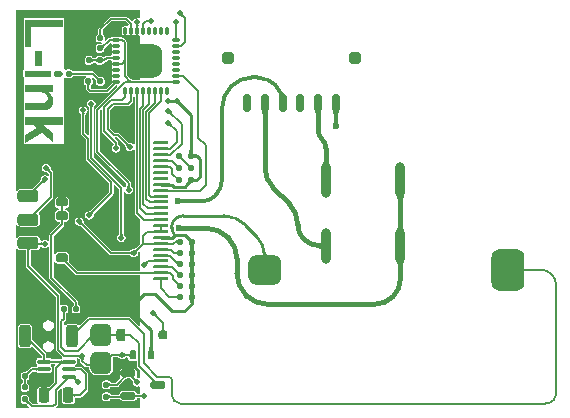
<source format=gtl>
G04*
G04 #@! TF.GenerationSoftware,Altium Limited,Altium Designer,20.0.13 (296)*
G04*
G04 Layer_Physical_Order=1*
G04 Layer_Color=255*
%FSLAX25Y25*%
%MOIN*%
G70*
G01*
G75*
%ADD11C,0.00600*%
%ADD15C,0.01000*%
%ADD16C,0.01500*%
G04:AMPARAMS|DCode=19|XSize=23.62mil|YSize=59.06mil|CornerRadius=5.91mil|HoleSize=0mil|Usage=FLASHONLY|Rotation=180.000|XOffset=0mil|YOffset=0mil|HoleType=Round|Shape=RoundedRectangle|*
%AMROUNDEDRECTD19*
21,1,0.02362,0.04724,0,0,180.0*
21,1,0.01181,0.05906,0,0,180.0*
1,1,0.01181,-0.00591,0.02362*
1,1,0.01181,0.00591,0.02362*
1,1,0.01181,0.00591,-0.02362*
1,1,0.01181,-0.00591,-0.02362*
%
%ADD19ROUNDEDRECTD19*%
G04:AMPARAMS|DCode=20|XSize=39.37mil|YSize=39.37mil|CornerRadius=9.84mil|HoleSize=0mil|Usage=FLASHONLY|Rotation=180.000|XOffset=0mil|YOffset=0mil|HoleType=Round|Shape=RoundedRectangle|*
%AMROUNDEDRECTD20*
21,1,0.03937,0.01968,0,0,180.0*
21,1,0.01968,0.03937,0,0,180.0*
1,1,0.01968,-0.00984,0.00984*
1,1,0.01968,0.00984,0.00984*
1,1,0.01968,0.00984,-0.00984*
1,1,0.01968,-0.00984,-0.00984*
%
%ADD20ROUNDEDRECTD20*%
G04:AMPARAMS|DCode=21|XSize=40mil|YSize=74mil|CornerRadius=10mil|HoleSize=0mil|Usage=FLASHONLY|Rotation=180.000|XOffset=0mil|YOffset=0mil|HoleType=Round|Shape=RoundedRectangle|*
%AMROUNDEDRECTD21*
21,1,0.04000,0.05400,0,0,180.0*
21,1,0.02000,0.07400,0,0,180.0*
1,1,0.02000,-0.01000,0.02700*
1,1,0.02000,0.01000,0.02700*
1,1,0.02000,0.01000,-0.02700*
1,1,0.02000,-0.01000,-0.02700*
%
%ADD21ROUNDEDRECTD21*%
G04:AMPARAMS|DCode=22|XSize=110mil|YSize=140mil|CornerRadius=27.5mil|HoleSize=0mil|Usage=FLASHONLY|Rotation=0.000|XOffset=0mil|YOffset=0mil|HoleType=Round|Shape=RoundedRectangle|*
%AMROUNDEDRECTD22*
21,1,0.11000,0.08500,0,0,0.0*
21,1,0.05500,0.14000,0,0,0.0*
1,1,0.05500,0.02750,-0.04250*
1,1,0.05500,-0.02750,-0.04250*
1,1,0.05500,-0.02750,0.04250*
1,1,0.05500,0.02750,0.04250*
%
%ADD22ROUNDEDRECTD22*%
G04:AMPARAMS|DCode=23|XSize=110mil|YSize=100mil|CornerRadius=25mil|HoleSize=0mil|Usage=FLASHONLY|Rotation=0.000|XOffset=0mil|YOffset=0mil|HoleType=Round|Shape=RoundedRectangle|*
%AMROUNDEDRECTD23*
21,1,0.11000,0.05000,0,0,0.0*
21,1,0.06000,0.10000,0,0,0.0*
1,1,0.05000,0.03000,-0.02500*
1,1,0.05000,-0.03000,-0.02500*
1,1,0.05000,-0.03000,0.02500*
1,1,0.05000,0.03000,0.02500*
%
%ADD23ROUNDEDRECTD23*%
G04:AMPARAMS|DCode=24|XSize=20mil|YSize=20mil|CornerRadius=5mil|HoleSize=0mil|Usage=FLASHONLY|Rotation=270.000|XOffset=0mil|YOffset=0mil|HoleType=Round|Shape=RoundedRectangle|*
%AMROUNDEDRECTD24*
21,1,0.02000,0.01000,0,0,270.0*
21,1,0.01000,0.02000,0,0,270.0*
1,1,0.01000,-0.00500,-0.00500*
1,1,0.01000,-0.00500,0.00500*
1,1,0.01000,0.00500,0.00500*
1,1,0.01000,0.00500,-0.00500*
%
%ADD24ROUNDEDRECTD24*%
G04:AMPARAMS|DCode=25|XSize=23.62mil|YSize=50mil|CornerRadius=5.91mil|HoleSize=0mil|Usage=FLASHONLY|Rotation=90.000|XOffset=0mil|YOffset=0mil|HoleType=Round|Shape=RoundedRectangle|*
%AMROUNDEDRECTD25*
21,1,0.02362,0.03819,0,0,90.0*
21,1,0.01181,0.05000,0,0,90.0*
1,1,0.01181,0.01909,0.00591*
1,1,0.01181,0.01909,-0.00591*
1,1,0.01181,-0.01909,-0.00591*
1,1,0.01181,-0.01909,0.00591*
%
%ADD25ROUNDEDRECTD25*%
G04:AMPARAMS|DCode=26|XSize=51.18mil|YSize=35.43mil|CornerRadius=8.86mil|HoleSize=0mil|Usage=FLASHONLY|Rotation=270.000|XOffset=0mil|YOffset=0mil|HoleType=Round|Shape=RoundedRectangle|*
%AMROUNDEDRECTD26*
21,1,0.05118,0.01772,0,0,270.0*
21,1,0.03347,0.03543,0,0,270.0*
1,1,0.01772,-0.00886,-0.01673*
1,1,0.01772,-0.00886,0.01673*
1,1,0.01772,0.00886,0.01673*
1,1,0.01772,0.00886,-0.01673*
%
%ADD26ROUNDEDRECTD26*%
G04:AMPARAMS|DCode=27|XSize=20mil|YSize=20mil|CornerRadius=5mil|HoleSize=0mil|Usage=FLASHONLY|Rotation=180.000|XOffset=0mil|YOffset=0mil|HoleType=Round|Shape=RoundedRectangle|*
%AMROUNDEDRECTD27*
21,1,0.02000,0.01000,0,0,180.0*
21,1,0.01000,0.02000,0,0,180.0*
1,1,0.01000,-0.00500,0.00500*
1,1,0.01000,0.00500,0.00500*
1,1,0.01000,0.00500,-0.00500*
1,1,0.01000,-0.00500,-0.00500*
%
%ADD27ROUNDEDRECTD27*%
G04:AMPARAMS|DCode=28|XSize=46mil|YSize=14mil|CornerRadius=3.5mil|HoleSize=0mil|Usage=FLASHONLY|Rotation=0.000|XOffset=0mil|YOffset=0mil|HoleType=Round|Shape=RoundedRectangle|*
%AMROUNDEDRECTD28*
21,1,0.04600,0.00700,0,0,0.0*
21,1,0.03900,0.01400,0,0,0.0*
1,1,0.00700,0.01950,-0.00350*
1,1,0.00700,-0.01950,-0.00350*
1,1,0.00700,-0.01950,0.00350*
1,1,0.00700,0.01950,0.00350*
%
%ADD28ROUNDEDRECTD28*%
G04:AMPARAMS|DCode=29|XSize=30mil|YSize=22mil|CornerRadius=5.5mil|HoleSize=0mil|Usage=FLASHONLY|Rotation=90.000|XOffset=0mil|YOffset=0mil|HoleType=Round|Shape=RoundedRectangle|*
%AMROUNDEDRECTD29*
21,1,0.03000,0.01100,0,0,90.0*
21,1,0.01900,0.02200,0,0,90.0*
1,1,0.01100,0.00550,0.00950*
1,1,0.01100,0.00550,-0.00950*
1,1,0.01100,-0.00550,-0.00950*
1,1,0.01100,-0.00550,0.00950*
%
%ADD29ROUNDEDRECTD29*%
G04:AMPARAMS|DCode=30|XSize=75mil|YSize=70mil|CornerRadius=17.5mil|HoleSize=0mil|Usage=FLASHONLY|Rotation=90.000|XOffset=0mil|YOffset=0mil|HoleType=Round|Shape=RoundedRectangle|*
%AMROUNDEDRECTD30*
21,1,0.07500,0.03500,0,0,90.0*
21,1,0.04000,0.07000,0,0,90.0*
1,1,0.03500,0.01750,0.02000*
1,1,0.03500,0.01750,-0.02000*
1,1,0.03500,-0.01750,-0.02000*
1,1,0.03500,-0.01750,0.02000*
%
%ADD30ROUNDEDRECTD30*%
G04:AMPARAMS|DCode=31|XSize=30mil|YSize=40mil|CornerRadius=7.5mil|HoleSize=0mil|Usage=FLASHONLY|Rotation=180.000|XOffset=0mil|YOffset=0mil|HoleType=Round|Shape=RoundedRectangle|*
%AMROUNDEDRECTD31*
21,1,0.03000,0.02500,0,0,180.0*
21,1,0.01500,0.04000,0,0,180.0*
1,1,0.01500,-0.00750,0.01250*
1,1,0.01500,0.00750,0.01250*
1,1,0.01500,0.00750,-0.01250*
1,1,0.01500,-0.00750,-0.01250*
%
%ADD31ROUNDEDRECTD31*%
G04:AMPARAMS|DCode=32|XSize=30mil|YSize=30mil|CornerRadius=7.5mil|HoleSize=0mil|Usage=FLASHONLY|Rotation=180.000|XOffset=0mil|YOffset=0mil|HoleType=Round|Shape=RoundedRectangle|*
%AMROUNDEDRECTD32*
21,1,0.03000,0.01500,0,0,180.0*
21,1,0.01500,0.03000,0,0,180.0*
1,1,0.01500,-0.00750,0.00750*
1,1,0.01500,0.00750,0.00750*
1,1,0.01500,0.00750,-0.00750*
1,1,0.01500,-0.00750,-0.00750*
%
%ADD32ROUNDEDRECTD32*%
G04:AMPARAMS|DCode=33|XSize=30mil|YSize=40mil|CornerRadius=7.5mil|HoleSize=0mil|Usage=FLASHONLY|Rotation=270.000|XOffset=0mil|YOffset=0mil|HoleType=Round|Shape=RoundedRectangle|*
%AMROUNDEDRECTD33*
21,1,0.03000,0.02500,0,0,270.0*
21,1,0.01500,0.04000,0,0,270.0*
1,1,0.01500,-0.01250,-0.00750*
1,1,0.01500,-0.01250,0.00750*
1,1,0.01500,0.01250,0.00750*
1,1,0.01500,0.01250,-0.00750*
%
%ADD33ROUNDEDRECTD33*%
G04:AMPARAMS|DCode=34|XSize=30mil|YSize=30mil|CornerRadius=7.5mil|HoleSize=0mil|Usage=FLASHONLY|Rotation=270.000|XOffset=0mil|YOffset=0mil|HoleType=Round|Shape=RoundedRectangle|*
%AMROUNDEDRECTD34*
21,1,0.03000,0.01500,0,0,270.0*
21,1,0.01500,0.03000,0,0,270.0*
1,1,0.01500,-0.00750,-0.00750*
1,1,0.01500,-0.00750,0.00750*
1,1,0.01500,0.00750,0.00750*
1,1,0.01500,0.00750,-0.00750*
%
%ADD34ROUNDEDRECTD34*%
G04:AMPARAMS|DCode=35|XSize=39.37mil|YSize=70mil|CornerRadius=9.84mil|HoleSize=0mil|Usage=FLASHONLY|Rotation=270.000|XOffset=0mil|YOffset=0mil|HoleType=Round|Shape=RoundedRectangle|*
%AMROUNDEDRECTD35*
21,1,0.03937,0.05031,0,0,270.0*
21,1,0.01968,0.07000,0,0,270.0*
1,1,0.01968,-0.02516,-0.00984*
1,1,0.01968,-0.02516,0.00984*
1,1,0.01968,0.02516,0.00984*
1,1,0.01968,0.02516,-0.00984*
%
%ADD35ROUNDEDRECTD35*%
G04:AMPARAMS|DCode=36|XSize=106.3mil|YSize=110.24mil|CornerRadius=26.57mil|HoleSize=0mil|Usage=FLASHONLY|Rotation=0.000|XOffset=0mil|YOffset=0mil|HoleType=Round|Shape=RoundedRectangle|*
%AMROUNDEDRECTD36*
21,1,0.10630,0.05709,0,0,0.0*
21,1,0.05315,0.11024,0,0,0.0*
1,1,0.05315,0.02657,-0.02854*
1,1,0.05315,-0.02657,-0.02854*
1,1,0.05315,-0.02657,0.02854*
1,1,0.05315,0.02657,0.02854*
%
%ADD36ROUNDEDRECTD36*%
G04:AMPARAMS|DCode=37|XSize=11.81mil|YSize=23.62mil|CornerRadius=2.95mil|HoleSize=0mil|Usage=FLASHONLY|Rotation=90.000|XOffset=0mil|YOffset=0mil|HoleType=Round|Shape=RoundedRectangle|*
%AMROUNDEDRECTD37*
21,1,0.01181,0.01772,0,0,90.0*
21,1,0.00591,0.02362,0,0,90.0*
1,1,0.00591,0.00886,0.00295*
1,1,0.00591,0.00886,-0.00295*
1,1,0.00591,-0.00886,-0.00295*
1,1,0.00591,-0.00886,0.00295*
%
%ADD37ROUNDEDRECTD37*%
G04:AMPARAMS|DCode=38|XSize=11.81mil|YSize=23.62mil|CornerRadius=2.95mil|HoleSize=0mil|Usage=FLASHONLY|Rotation=180.000|XOffset=0mil|YOffset=0mil|HoleType=Round|Shape=RoundedRectangle|*
%AMROUNDEDRECTD38*
21,1,0.01181,0.01772,0,0,180.0*
21,1,0.00591,0.02362,0,0,180.0*
1,1,0.00591,-0.00295,0.00886*
1,1,0.00591,0.00295,0.00886*
1,1,0.00591,0.00295,-0.00886*
1,1,0.00591,-0.00295,-0.00886*
%
%ADD38ROUNDEDRECTD38*%
G04:AMPARAMS|DCode=39|XSize=50mil|YSize=10mil|CornerRadius=2.5mil|HoleSize=0mil|Usage=FLASHONLY|Rotation=0.000|XOffset=0mil|YOffset=0mil|HoleType=Round|Shape=RoundedRectangle|*
%AMROUNDEDRECTD39*
21,1,0.05000,0.00500,0,0,0.0*
21,1,0.04500,0.01000,0,0,0.0*
1,1,0.00500,0.02250,-0.00250*
1,1,0.00500,-0.02250,-0.00250*
1,1,0.00500,-0.02250,0.00250*
1,1,0.00500,0.02250,0.00250*
%
%ADD39ROUNDEDRECTD39*%
G04:AMPARAMS|DCode=40|XSize=86mil|YSize=72mil|CornerRadius=18mil|HoleSize=0mil|Usage=FLASHONLY|Rotation=180.000|XOffset=0mil|YOffset=0mil|HoleType=Round|Shape=RoundedRectangle|*
%AMROUNDEDRECTD40*
21,1,0.08600,0.03600,0,0,180.0*
21,1,0.05000,0.07200,0,0,180.0*
1,1,0.03600,-0.02500,0.01800*
1,1,0.03600,0.02500,0.01800*
1,1,0.03600,0.02500,-0.01800*
1,1,0.03600,-0.02500,-0.01800*
%
%ADD40ROUNDEDRECTD40*%
G04:AMPARAMS|DCode=41|XSize=70mil|YSize=72mil|CornerRadius=17.5mil|HoleSize=0mil|Usage=FLASHONLY|Rotation=180.000|XOffset=0mil|YOffset=0mil|HoleType=Round|Shape=RoundedRectangle|*
%AMROUNDEDRECTD41*
21,1,0.07000,0.03700,0,0,180.0*
21,1,0.03500,0.07200,0,0,180.0*
1,1,0.03500,-0.01750,0.01850*
1,1,0.03500,0.01750,0.01850*
1,1,0.03500,0.01750,-0.01850*
1,1,0.03500,-0.01750,-0.01850*
%
%ADD41ROUNDEDRECTD41*%
%ADD42R,0.08517X0.02400*%
%ADD45O,0.03150X0.11811*%
%ADD46C,0.01575*%
%ADD47C,0.01400*%
%ADD48C,0.02000*%
%ADD49C,0.02362*%
G36*
X56702Y132380D02*
X56711Y132276D01*
X56726Y132176D01*
X56747Y132081D01*
X56775Y131991D01*
X56809Y131906D01*
X56850Y131825D01*
X56897Y131750D01*
X56951Y131679D01*
X57011Y131613D01*
X56587Y131189D01*
X56521Y131249D01*
X56450Y131303D01*
X56375Y131350D01*
X56294Y131391D01*
X56209Y131425D01*
X56119Y131453D01*
X56024Y131474D01*
X55924Y131489D01*
X55820Y131498D01*
X55710Y131500D01*
X56700Y132490D01*
X56702Y132380D01*
D02*
G37*
G36*
X42300Y131073D02*
X41800Y130782D01*
X41400Y130862D01*
X40854Y130753D01*
X40391Y130444D01*
X40081Y129981D01*
X40074Y129943D01*
X39531Y129778D01*
X38305Y131005D01*
X38073Y131159D01*
X37800Y131214D01*
X32500D01*
X32227Y131159D01*
X31995Y131005D01*
X28595Y127605D01*
X28441Y127373D01*
X28386Y127100D01*
Y125851D01*
X28367Y125808D01*
X28365Y125701D01*
X28358Y125622D01*
X28350Y125568D01*
X28249Y125548D01*
X27951Y125349D01*
X27752Y125051D01*
X27682Y124700D01*
Y123700D01*
X27752Y123349D01*
X27951Y123051D01*
X28249Y122852D01*
X28600Y122782D01*
X29280D01*
X29487Y122282D01*
X29419Y122214D01*
X29400Y122218D01*
X28400D01*
X28049Y122148D01*
X27751Y121949D01*
X27552Y121651D01*
X27482Y121300D01*
Y120300D01*
X27552Y119949D01*
X27751Y119651D01*
X28049Y119452D01*
X28400Y119382D01*
X29400D01*
X29751Y119452D01*
X30049Y119651D01*
X30248Y119949D01*
X30318Y120300D01*
Y120585D01*
X30336Y120625D01*
X30367Y120679D01*
X30408Y120739D01*
X30546Y120906D01*
X30634Y120998D01*
X30645Y121027D01*
X30672Y121043D01*
X30678Y121069D01*
X32279Y122670D01*
X32735Y122640D01*
X32781Y122592D01*
X32895Y122320D01*
X32859Y122267D01*
X32805Y121995D01*
Y121405D01*
X32859Y121133D01*
X33013Y120904D01*
Y120496D01*
X32859Y120267D01*
X32805Y119995D01*
Y119405D01*
X32859Y119133D01*
X32954Y118992D01*
X32966Y118876D01*
X32862Y118697D01*
X32644Y118433D01*
X32618Y118433D01*
X32574Y118414D01*
X31300D01*
X31027Y118359D01*
X30795Y118205D01*
X30496Y117905D01*
X30049Y117949D01*
X29751Y118148D01*
X29400Y118218D01*
X28400D01*
X28049Y118148D01*
X27751Y117949D01*
X27552Y117651D01*
X27532Y117551D01*
X27478Y117542D01*
X27399Y117535D01*
X27292Y117533D01*
X27249Y117514D01*
X26951D01*
X26908Y117533D01*
X26801Y117535D01*
X26722Y117542D01*
X26668Y117551D01*
X26648Y117651D01*
X26449Y117949D01*
X26151Y118148D01*
X25800Y118218D01*
X24800D01*
X24449Y118148D01*
X24151Y117949D01*
X23952Y117651D01*
X23882Y117300D01*
Y116300D01*
X23952Y115949D01*
X24151Y115651D01*
X24449Y115452D01*
X24800Y115382D01*
X25800D01*
X26151Y115452D01*
X26449Y115651D01*
X26648Y115949D01*
X26668Y116050D01*
X26722Y116058D01*
X26801Y116065D01*
X26908Y116067D01*
X26951Y116086D01*
X27249D01*
X27292Y116067D01*
X27399Y116065D01*
X27478Y116058D01*
X27532Y116050D01*
X27552Y115949D01*
X27751Y115651D01*
X28049Y115452D01*
X28400Y115382D01*
X29400D01*
X29751Y115452D01*
X30049Y115651D01*
X30248Y115949D01*
X30270Y116060D01*
X30328Y116066D01*
X30409Y116067D01*
X30496Y116105D01*
X30673Y116141D01*
X30905Y116295D01*
X31596Y116986D01*
X32568D01*
X32609Y116967D01*
X32644Y116966D01*
X32966Y116530D01*
X32954Y116408D01*
X32859Y116267D01*
X32805Y115995D01*
Y115405D01*
X32859Y115133D01*
X33013Y114903D01*
Y114497D01*
X32859Y114267D01*
X32805Y113995D01*
Y113405D01*
X32859Y113133D01*
X33013Y112903D01*
Y112496D01*
X32859Y112267D01*
X32805Y111995D01*
Y111405D01*
X32859Y111133D01*
X33013Y110904D01*
Y110496D01*
X32859Y110267D01*
X32805Y109995D01*
Y109405D01*
X32843Y109214D01*
X32841Y109210D01*
X32824Y109183D01*
X32736Y109075D01*
X32675Y109011D01*
X32658Y108967D01*
X31004Y107314D01*
X26096D01*
X25814Y107596D01*
Y108149D01*
X25833Y108192D01*
X25835Y108299D01*
X25842Y108378D01*
X25850Y108432D01*
X25951Y108452D01*
X26249Y108651D01*
X26448Y108949D01*
X26518Y109300D01*
Y110300D01*
X26448Y110651D01*
X26277Y110906D01*
X26666Y111225D01*
X27357Y110533D01*
X27373Y110491D01*
X27581Y110267D01*
X27647Y110185D01*
X27682Y110134D01*
Y109951D01*
X27681Y109949D01*
X27682Y109947D01*
Y109300D01*
X27752Y108949D01*
X27951Y108651D01*
X28249Y108452D01*
X28600Y108382D01*
X29600D01*
X29951Y108452D01*
X30249Y108651D01*
X30448Y108949D01*
X30518Y109300D01*
Y110300D01*
X30448Y110651D01*
X30249Y110949D01*
X29951Y111148D01*
X29600Y111218D01*
X28953D01*
X28951Y111219D01*
X28949Y111218D01*
X28765D01*
X28719Y111250D01*
X28527Y111413D01*
X28415Y111521D01*
X28371Y111539D01*
X27005Y112905D01*
X26773Y113059D01*
X26500Y113114D01*
X20151D01*
X20108Y113133D01*
X20001Y113136D01*
X19922Y113142D01*
X19868Y113151D01*
X19848Y113251D01*
X19649Y113549D01*
X19351Y113748D01*
X19000Y113818D01*
X18000D01*
X17649Y113748D01*
X17624Y113731D01*
X17124Y113998D01*
Y130807D01*
X3500D01*
Y113680D01*
X3467Y113600D01*
Y111200D01*
X3500Y111120D01*
Y88809D01*
X17124D01*
Y110801D01*
X17624Y111069D01*
X17649Y111052D01*
X18000Y110982D01*
X19000D01*
X19351Y111052D01*
X19649Y111251D01*
X19848Y111549D01*
X19868Y111650D01*
X19922Y111658D01*
X20001Y111664D01*
X20108Y111667D01*
X20151Y111686D01*
X24393D01*
X24442Y111186D01*
X24249Y111148D01*
X23951Y110949D01*
X23752Y110651D01*
X23682Y110300D01*
Y109300D01*
X23752Y108949D01*
X23951Y108651D01*
X24249Y108452D01*
X24349Y108432D01*
X24358Y108378D01*
X24364Y108299D01*
X24367Y108192D01*
X24386Y108149D01*
Y107300D01*
X24441Y107027D01*
X24595Y106795D01*
X25295Y106095D01*
X25527Y105941D01*
X25800Y105886D01*
X31300D01*
X31573Y105941D01*
X31805Y106095D01*
X34070Y108361D01*
X34114Y108378D01*
X34115Y108379D01*
X34115Y108379D01*
X34202Y108462D01*
X34242Y108496D01*
X34344Y108517D01*
X34499Y108494D01*
X34680Y108120D01*
X34683Y108094D01*
X34642Y107930D01*
X27595Y100884D01*
X27441Y100652D01*
X27386Y100379D01*
Y86400D01*
X27441Y86127D01*
X27595Y85895D01*
X37786Y75704D01*
Y75314D01*
X37767Y75273D01*
X37764Y75204D01*
X37758Y75155D01*
X37746Y75106D01*
X37730Y75057D01*
X37709Y75006D01*
X37681Y74954D01*
X37646Y74899D01*
X37604Y74842D01*
X37555Y74784D01*
X37488Y74714D01*
X37480Y74693D01*
X37306Y74433D01*
X36775Y74539D01*
X36774Y74548D01*
X36619Y74780D01*
X26814Y84585D01*
Y100786D01*
X26833Y100827D01*
X26836Y100896D01*
X26842Y100945D01*
X26854Y100994D01*
X26870Y101043D01*
X26891Y101094D01*
X26919Y101146D01*
X26954Y101201D01*
X26996Y101258D01*
X27045Y101316D01*
X27112Y101386D01*
X27120Y101407D01*
X27419Y101854D01*
X27527Y102400D01*
X27419Y102946D01*
X27109Y103409D01*
X26646Y103719D01*
X26100Y103827D01*
X25554Y103719D01*
X25091Y103409D01*
X24781Y102946D01*
X24673Y102400D01*
X24781Y101854D01*
X25080Y101407D01*
X25088Y101386D01*
X25155Y101316D01*
X25204Y101258D01*
X25246Y101201D01*
X25281Y101146D01*
X25309Y101094D01*
X25330Y101043D01*
X25346Y100994D01*
X25358Y100945D01*
X25364Y100896D01*
X25368Y100827D01*
X25386Y100786D01*
Y92062D01*
X24924Y91871D01*
X24114Y92681D01*
Y98486D01*
X24133Y98527D01*
X24136Y98596D01*
X24142Y98645D01*
X24154Y98694D01*
X24170Y98743D01*
X24191Y98794D01*
X24219Y98846D01*
X24254Y98901D01*
X24295Y98958D01*
X24345Y99016D01*
X24412Y99086D01*
X24420Y99107D01*
X24719Y99554D01*
X24827Y100100D01*
X24719Y100646D01*
X24409Y101109D01*
X23946Y101419D01*
X23400Y101527D01*
X22854Y101419D01*
X22391Y101109D01*
X22081Y100646D01*
X21973Y100100D01*
X22081Y99554D01*
X22380Y99107D01*
X22388Y99086D01*
X22455Y99016D01*
X22504Y98958D01*
X22546Y98901D01*
X22581Y98846D01*
X22609Y98794D01*
X22630Y98743D01*
X22646Y98694D01*
X22658Y98645D01*
X22664Y98596D01*
X22668Y98527D01*
X22686Y98486D01*
Y92386D01*
X22741Y92113D01*
X22895Y91881D01*
X24386Y90390D01*
Y83875D01*
X24441Y83602D01*
X24595Y83370D01*
X32086Y75880D01*
Y72796D01*
X26049Y66758D01*
X26007Y66743D01*
X25956Y66696D01*
X25916Y66666D01*
X25874Y66640D01*
X25828Y66616D01*
X25776Y66596D01*
X25719Y66578D01*
X25657Y66564D01*
X25587Y66553D01*
X25510Y66547D01*
X25414Y66545D01*
X25393Y66536D01*
X24866Y66431D01*
X24403Y66122D01*
X24093Y65658D01*
X23985Y65112D01*
X24093Y64566D01*
X24403Y64103D01*
X24866Y63793D01*
X25412Y63685D01*
X25958Y63793D01*
X26422Y64103D01*
X26731Y64566D01*
X26836Y65093D01*
X26845Y65114D01*
X26847Y65210D01*
X26853Y65287D01*
X26864Y65356D01*
X26878Y65420D01*
X26895Y65476D01*
X26916Y65527D01*
X26940Y65574D01*
X26966Y65616D01*
X26996Y65656D01*
X27043Y65707D01*
X27058Y65749D01*
X33305Y71995D01*
X33459Y72227D01*
X33514Y72500D01*
Y75213D01*
X33976Y75404D01*
X35401Y73980D01*
Y59314D01*
X35382Y59273D01*
X35379Y59204D01*
X35372Y59155D01*
X35361Y59106D01*
X35344Y59057D01*
X35323Y59006D01*
X35295Y58954D01*
X35261Y58899D01*
X35219Y58842D01*
X35169Y58784D01*
X35102Y58714D01*
X35094Y58693D01*
X34795Y58246D01*
X34687Y57700D01*
X34795Y57154D01*
X35105Y56691D01*
X35568Y56381D01*
X36114Y56273D01*
X36661Y56381D01*
X37124Y56691D01*
X37433Y57154D01*
X37542Y57700D01*
X37433Y58246D01*
X37135Y58693D01*
X37126Y58714D01*
X37060Y58784D01*
X37010Y58842D01*
X36968Y58899D01*
X36933Y58954D01*
X36906Y59006D01*
X36884Y59057D01*
X36868Y59106D01*
X36856Y59155D01*
X36850Y59204D01*
X36847Y59273D01*
X36828Y59314D01*
Y72782D01*
X37328Y72934D01*
X37491Y72691D01*
X37954Y72381D01*
X38500Y72273D01*
X39046Y72381D01*
X39509Y72691D01*
X39819Y73154D01*
X39927Y73700D01*
X39819Y74246D01*
X39520Y74693D01*
X39512Y74714D01*
X39445Y74784D01*
X39395Y74842D01*
X39354Y74899D01*
X39319Y74954D01*
X39291Y75006D01*
X39270Y75057D01*
X39254Y75106D01*
X39242Y75155D01*
X39236Y75204D01*
X39233Y75273D01*
X39214Y75314D01*
Y76000D01*
X39159Y76273D01*
X39005Y76505D01*
X28814Y86696D01*
Y100051D01*
X29130Y100309D01*
X29586Y100111D01*
Y93300D01*
X29641Y93027D01*
X29795Y92795D01*
X33565Y89025D01*
X33564Y89004D01*
X33558Y88955D01*
X33546Y88906D01*
X33530Y88857D01*
X33509Y88806D01*
X33481Y88754D01*
X33446Y88699D01*
X33404Y88642D01*
X33355Y88584D01*
X33288Y88514D01*
X33280Y88493D01*
X32981Y88046D01*
X32873Y87500D01*
X32981Y86954D01*
X33291Y86491D01*
X33754Y86181D01*
X34300Y86073D01*
X34846Y86181D01*
X35309Y86491D01*
X35619Y86954D01*
X35727Y87500D01*
X35619Y88046D01*
X35320Y88493D01*
X35312Y88514D01*
X35245Y88584D01*
X35195Y88642D01*
X35154Y88699D01*
X35119Y88754D01*
X35091Y88806D01*
X35070Y88857D01*
X35054Y88906D01*
X35042Y88955D01*
X35036Y89004D01*
X35032Y89073D01*
X35014Y89114D01*
Y89300D01*
X34959Y89573D01*
X34805Y89805D01*
X33923Y90686D01*
X34130Y91186D01*
X34604D01*
X37254Y88536D01*
X37269Y88495D01*
X37316Y88443D01*
X37346Y88404D01*
X37373Y88362D01*
X37396Y88315D01*
X37417Y88264D01*
X37434Y88207D01*
X37449Y88144D01*
X37459Y88074D01*
X37465Y87998D01*
X37467Y87902D01*
X37477Y87880D01*
X37581Y87354D01*
X37891Y86891D01*
X38354Y86581D01*
X38900Y86473D01*
X39446Y86581D01*
X39909Y86891D01*
X39922Y86909D01*
X40602Y87027D01*
X40686Y86964D01*
Y65800D01*
X40741Y65527D01*
X40895Y65295D01*
X42300Y63891D01*
Y55741D01*
X42232Y55668D01*
X42216Y55625D01*
X40836Y54246D01*
X40795Y54230D01*
X40743Y54184D01*
X40704Y54154D01*
X40662Y54127D01*
X40615Y54104D01*
X40564Y54083D01*
X40507Y54066D01*
X40444Y54051D01*
X40374Y54041D01*
X40298Y54035D01*
X40202Y54033D01*
X40180Y54023D01*
X39654Y53919D01*
X39207Y53620D01*
X39186Y53612D01*
X39116Y53545D01*
X39058Y53496D01*
X39001Y53454D01*
X38946Y53419D01*
X38894Y53391D01*
X38843Y53370D01*
X38794Y53354D01*
X38745Y53342D01*
X38696Y53336D01*
X38627Y53333D01*
X38586Y53314D01*
X32896D01*
X23746Y62464D01*
X23731Y62505D01*
X23684Y62557D01*
X23654Y62596D01*
X23627Y62638D01*
X23604Y62685D01*
X23583Y62736D01*
X23566Y62793D01*
X23551Y62856D01*
X23541Y62926D01*
X23535Y63002D01*
X23533Y63098D01*
X23524Y63120D01*
X23419Y63646D01*
X23109Y64109D01*
X22646Y64419D01*
X22100Y64527D01*
X21554Y64419D01*
X21091Y64109D01*
X20781Y63646D01*
X20673Y63100D01*
X20781Y62554D01*
X21091Y62091D01*
X21554Y61781D01*
X22080Y61677D01*
X22102Y61667D01*
X22198Y61665D01*
X22274Y61659D01*
X22344Y61649D01*
X22407Y61634D01*
X22464Y61617D01*
X22515Y61596D01*
X22562Y61573D01*
X22604Y61546D01*
X22643Y61516D01*
X22695Y61470D01*
X22736Y61454D01*
X32095Y52095D01*
X32327Y51941D01*
X32600Y51886D01*
X38586D01*
X38627Y51868D01*
X38696Y51864D01*
X38745Y51858D01*
X38794Y51846D01*
X38843Y51830D01*
X38894Y51809D01*
X38946Y51781D01*
X39001Y51746D01*
X39058Y51705D01*
X39116Y51655D01*
X39186Y51588D01*
X39207Y51580D01*
X39654Y51281D01*
X40200Y51173D01*
X40746Y51281D01*
X41209Y51591D01*
X41519Y52054D01*
X41623Y52580D01*
X41633Y52602D01*
X41635Y52698D01*
X41641Y52775D01*
X41645Y52801D01*
X41800Y52916D01*
X42024Y52863D01*
X42160Y52782D01*
X42300Y52611D01*
Y46545D01*
X21765D01*
X18790Y49519D01*
X18773Y49563D01*
X18676Y49664D01*
X18606Y49745D01*
X18600Y49752D01*
X18633Y49801D01*
X18722Y50250D01*
Y51750D01*
X18633Y52199D01*
X18379Y52579D01*
X17999Y52833D01*
X17550Y52922D01*
X15050D01*
X14601Y52833D01*
X14221Y52579D01*
X14014Y52269D01*
X13725Y52281D01*
X13514Y52352D01*
Y58404D01*
X16805Y61695D01*
X16959Y61927D01*
X17014Y62200D01*
Y62843D01*
X17033Y62886D01*
X17036Y62990D01*
X17042Y63064D01*
X17044Y63077D01*
X17550D01*
X17999Y63167D01*
X18379Y63421D01*
X18633Y63801D01*
X18722Y64250D01*
Y65750D01*
X18633Y66199D01*
X18379Y66579D01*
X17999Y66833D01*
X17562Y66920D01*
X17500Y67014D01*
X17372Y67250D01*
X17500Y67486D01*
X17562Y67580D01*
X17999Y67667D01*
X18379Y67921D01*
X18633Y68301D01*
X18722Y68750D01*
Y70250D01*
X18633Y70699D01*
X18379Y71079D01*
X17999Y71333D01*
X17550Y71422D01*
X15050D01*
X14601Y71333D01*
X14221Y71079D01*
X13967Y70699D01*
X13878Y70250D01*
Y68750D01*
X13967Y68301D01*
X14221Y67921D01*
X14601Y67667D01*
X15038Y67580D01*
X15100Y67486D01*
X15228Y67250D01*
X15100Y67014D01*
X15038Y66920D01*
X14601Y66833D01*
X14221Y66579D01*
X13967Y66199D01*
X13878Y65750D01*
Y64250D01*
X13967Y63801D01*
X14221Y63421D01*
X14601Y63167D01*
X15050Y63077D01*
X15556D01*
X15558Y63064D01*
X15564Y62990D01*
X15567Y62886D01*
X15586Y62843D01*
Y62496D01*
X12295Y59205D01*
X12141Y58973D01*
X12086Y58700D01*
Y56746D01*
X11586Y56594D01*
X11509Y56709D01*
X11046Y57019D01*
X10500Y57127D01*
X9954Y57019D01*
X9527Y56734D01*
X9250Y56789D01*
X9147Y56832D01*
X9077Y56880D01*
X9007Y56951D01*
X9003Y56957D01*
X8920Y57376D01*
X8614Y57834D01*
X8156Y58140D01*
X7616Y58248D01*
X2584D01*
X2044Y58140D01*
X1586Y57834D01*
X1418Y57582D01*
X918Y57734D01*
Y61844D01*
X1418Y61996D01*
X1586Y61744D01*
X2044Y61438D01*
X2584Y61330D01*
X7616D01*
X8156Y61438D01*
X8614Y61744D01*
X8920Y62202D01*
X9027Y62742D01*
Y64710D01*
X8920Y65250D01*
X8614Y65708D01*
X8567Y66184D01*
X13218Y70835D01*
X13373Y71067D01*
X13427Y71340D01*
Y79284D01*
X13373Y79557D01*
X13218Y79789D01*
X12743Y80264D01*
X12728Y80305D01*
X12681Y80357D01*
X12652Y80396D01*
X12625Y80438D01*
X12601Y80485D01*
X12581Y80536D01*
X12563Y80593D01*
X12549Y80656D01*
X12539Y80726D01*
X12532Y80802D01*
X12530Y80898D01*
X12521Y80920D01*
X12416Y81446D01*
X12107Y81909D01*
X11644Y82219D01*
X11098Y82327D01*
X10551Y82219D01*
X10088Y81909D01*
X9779Y81446D01*
X9670Y80900D01*
X9779Y80354D01*
X10088Y79891D01*
X10551Y79581D01*
X11078Y79476D01*
X11099Y79467D01*
X11196Y79465D01*
X11272Y79459D01*
X11342Y79449D01*
X11405Y79434D01*
X11462Y79417D01*
X11513Y79396D01*
X11559Y79373D01*
X11602Y79346D01*
X11641Y79316D01*
X11692Y79269D01*
X11734Y79254D01*
X12000Y78988D01*
Y78404D01*
X11883Y78315D01*
X11500Y78182D01*
X11146Y78419D01*
X10600Y78527D01*
X10054Y78419D01*
X9591Y78109D01*
X9281Y77646D01*
X9177Y77120D01*
X9167Y77098D01*
X9165Y77002D01*
X9159Y76925D01*
X9149Y76856D01*
X9134Y76793D01*
X9117Y76736D01*
X9096Y76685D01*
X9073Y76638D01*
X9046Y76596D01*
X9016Y76557D01*
X8969Y76505D01*
X8954Y76464D01*
X6821Y74330D01*
X6777Y74313D01*
X6696Y74236D01*
X6625Y74175D01*
X6559Y74125D01*
X6498Y74084D01*
X6441Y74052D01*
X6391Y74028D01*
X6346Y74013D01*
X6306Y74003D01*
X6272Y73998D01*
X6216Y73996D01*
X6214Y73996D01*
X2584D01*
X2044Y73888D01*
X1586Y73582D01*
X1418Y73330D01*
X918Y73482D01*
Y133582D01*
X42300D01*
Y131073D01*
D02*
G37*
G36*
X45088Y129317D02*
X45044Y129370D01*
X44995Y129419D01*
X44940Y129461D01*
X44880Y129498D01*
X44814Y129529D01*
X44743Y129555D01*
X44665Y129575D01*
X44583Y129589D01*
X44494Y129597D01*
X44400Y129600D01*
Y130200D01*
X44494Y130203D01*
X44583Y130211D01*
X44665Y130226D01*
X44743Y130245D01*
X44814Y130271D01*
X44880Y130302D01*
X44940Y130339D01*
X44995Y130381D01*
X45044Y130429D01*
X45088Y130483D01*
Y129317D01*
D02*
G37*
G36*
X38485Y128806D02*
X38453Y128438D01*
X38066Y128176D01*
X38062Y128177D01*
X37967Y128241D01*
X37695Y128295D01*
X37105D01*
X36833Y128241D01*
X36604Y128087D01*
X36450Y127857D01*
X36396Y127586D01*
Y125814D01*
X36450Y125543D01*
X36604Y125313D01*
X36833Y125159D01*
X37105Y125105D01*
X37695D01*
X37967Y125159D01*
X38197Y125313D01*
X38603D01*
X38833Y125159D01*
X39105Y125105D01*
X39695D01*
X39967Y125159D01*
X40196Y125313D01*
X40604D01*
X40833Y125159D01*
X41105Y125105D01*
X41695D01*
X41800Y125126D01*
X42215Y124878D01*
X42300Y124781D01*
Y110414D01*
X39798D01*
X39765Y110431D01*
X39752Y110427D01*
X39740Y110433D01*
X39638Y110436D01*
X39556Y110445D01*
X39478Y110460D01*
X39405Y110480D01*
X39334Y110506D01*
X39266Y110538D01*
X39199Y110576D01*
X39134Y110620D01*
X39070Y110672D01*
X38995Y110741D01*
X38952Y110757D01*
X37914Y111796D01*
Y116627D01*
X37931Y116659D01*
X37914Y116716D01*
Y122800D01*
X37859Y123073D01*
X37705Y123305D01*
X36805Y124205D01*
X36573Y124359D01*
X36300Y124414D01*
X36232D01*
X36191Y124433D01*
X36003Y124440D01*
X35942Y124447D01*
X35889Y124456D01*
X35850Y124466D01*
X35825Y124474D01*
X35817Y124478D01*
X35804Y124489D01*
X35803Y124489D01*
X35796Y124506D01*
X35736Y124530D01*
X35557Y124650D01*
X35286Y124704D01*
X33514D01*
X33243Y124650D01*
X33064Y124530D01*
X33004Y124506D01*
X32997Y124489D01*
X32996Y124489D01*
X32983Y124478D01*
X32975Y124474D01*
X32950Y124466D01*
X32911Y124456D01*
X32864Y124448D01*
X32710Y124435D01*
X32618Y124433D01*
X32574Y124414D01*
X32300D01*
X32027Y124359D01*
X31795Y124205D01*
X30962Y123371D01*
X30501Y123618D01*
X30518Y123700D01*
Y124700D01*
X30448Y125051D01*
X30249Y125349D01*
X29951Y125548D01*
X29851Y125568D01*
X29842Y125622D01*
X29836Y125701D01*
X29833Y125808D01*
X29814Y125851D01*
Y126804D01*
X32796Y129786D01*
X37504D01*
X38485Y128806D01*
D02*
G37*
G36*
X54924Y128641D02*
X54856Y128561D01*
X54796Y128480D01*
X54744Y128398D01*
X54700Y128314D01*
X54664Y128230D01*
X54636Y128144D01*
X54616Y128058D01*
X54604Y127970D01*
X54600Y127881D01*
X54000D01*
X53996Y127970D01*
X53984Y128058D01*
X53964Y128144D01*
X53936Y128230D01*
X53900Y128314D01*
X53856Y128398D01*
X53804Y128480D01*
X53744Y128561D01*
X53676Y128641D01*
X53600Y128720D01*
X55000D01*
X54924Y128641D01*
D02*
G37*
G36*
X43702Y128368D02*
X43718Y128181D01*
X43732Y128100D01*
X43750Y128028D01*
X43772Y127963D01*
X43798Y127908D01*
X43828Y127860D01*
X43862Y127821D01*
X43900Y127790D01*
X42900D01*
X42938Y127821D01*
X42972Y127860D01*
X43002Y127908D01*
X43028Y127963D01*
X43050Y128028D01*
X43068Y128100D01*
X43082Y128181D01*
X43092Y128270D01*
X43100Y128474D01*
X43700D01*
X43702Y128368D01*
D02*
G37*
G36*
X42024Y128641D02*
X41956Y128561D01*
X41896Y128480D01*
X41844Y128398D01*
X41800Y128314D01*
X41764Y128230D01*
X41736Y128144D01*
X41729Y128115D01*
X41732Y128100D01*
X41750Y128028D01*
X41772Y127963D01*
X41798Y127908D01*
X41828Y127860D01*
X41862Y127821D01*
X41899Y127790D01*
X40900D01*
X40938Y127821D01*
X40972Y127860D01*
X41002Y127908D01*
X41028Y127963D01*
X41050Y128028D01*
X41068Y128100D01*
X41071Y128115D01*
X41064Y128144D01*
X41036Y128230D01*
X41000Y128314D01*
X40956Y128398D01*
X40904Y128480D01*
X40844Y128561D01*
X40776Y128641D01*
X40700Y128720D01*
X42100D01*
X42024Y128641D01*
D02*
G37*
G36*
X39702Y128368D02*
X39718Y128181D01*
X39732Y128100D01*
X39750Y128028D01*
X39772Y127963D01*
X39798Y127908D01*
X39828Y127860D01*
X39862Y127821D01*
X39900Y127790D01*
X38901D01*
X38938Y127821D01*
X38972Y127860D01*
X39002Y127908D01*
X39028Y127963D01*
X39050Y128028D01*
X39068Y128100D01*
X39082Y128181D01*
X39092Y128270D01*
X39100Y128474D01*
X39700D01*
X39702Y128368D01*
D02*
G37*
G36*
X29403Y125678D02*
X29412Y125570D01*
X29427Y125475D01*
X29448Y125393D01*
X29474Y125324D01*
X29507Y125267D01*
X29546Y125223D01*
X29590Y125191D01*
X29641Y125172D01*
X29698Y125166D01*
X28502D01*
X28559Y125172D01*
X28609Y125191D01*
X28654Y125223D01*
X28693Y125267D01*
X28726Y125324D01*
X28752Y125393D01*
X28773Y125475D01*
X28788Y125570D01*
X28797Y125678D01*
X28800Y125798D01*
X29400D01*
X29403Y125678D01*
D02*
G37*
G36*
X54603Y124768D02*
X54612Y124664D01*
X54627Y124572D01*
X54648Y124492D01*
X54675Y124425D01*
X54708Y124370D01*
X54747Y124327D01*
X54792Y124297D01*
X54843Y124278D01*
X54900Y124272D01*
X53700D01*
X53757Y124278D01*
X53808Y124297D01*
X53853Y124327D01*
X53892Y124370D01*
X53925Y124425D01*
X53952Y124492D01*
X53973Y124572D01*
X53988Y124664D01*
X53997Y124768D01*
X54000Y124884D01*
X54600D01*
X54603Y124768D01*
D02*
G37*
G36*
X35521Y124162D02*
X35560Y124128D01*
X35608Y124098D01*
X35663Y124072D01*
X35728Y124050D01*
X35800Y124032D01*
X35881Y124018D01*
X35970Y124008D01*
X36174Y124000D01*
Y123400D01*
X36068Y123398D01*
X35881Y123382D01*
X35800Y123368D01*
X35728Y123350D01*
X35663Y123328D01*
X35608Y123302D01*
X35560Y123272D01*
X35521Y123238D01*
X35490Y123201D01*
Y124199D01*
X35521Y124162D01*
D02*
G37*
G36*
X33310Y123201D02*
X33279Y123238D01*
X33240Y123272D01*
X33192Y123302D01*
X33137Y123328D01*
X33072Y123350D01*
X33000Y123368D01*
X32919Y123382D01*
X32830Y123392D01*
X32626Y123400D01*
Y124000D01*
X32732Y124002D01*
X32919Y124018D01*
X33000Y124032D01*
X33072Y124050D01*
X33137Y124072D01*
X33192Y124098D01*
X33240Y124128D01*
X33279Y124162D01*
X33310Y124199D01*
Y123201D01*
D02*
G37*
G36*
X30322Y121298D02*
X30223Y121194D01*
X30062Y121000D01*
X30000Y120909D01*
X29950Y120823D01*
X29912Y120740D01*
X29887Y120661D01*
X29874Y120586D01*
X29874Y120516D01*
X29886Y120449D01*
X29522Y121761D01*
X29545Y121705D01*
X29578Y121668D01*
X29621Y121649D01*
X29675Y121648D01*
X29738Y121666D01*
X29812Y121702D01*
X29895Y121757D01*
X29989Y121830D01*
X30093Y121921D01*
X30206Y122031D01*
X30322Y121298D01*
D02*
G37*
G36*
X55420Y122162D02*
X55457Y122128D01*
X55501Y122098D01*
X55552Y122072D01*
X55609Y122050D01*
X55674Y122032D01*
X55745Y122018D01*
X55823Y122008D01*
X55908Y122002D01*
X56000Y122000D01*
Y121400D01*
X55908Y121398D01*
X55745Y121382D01*
X55674Y121368D01*
X55609Y121350D01*
X55552Y121328D01*
X55501Y121302D01*
X55457Y121272D01*
X55420Y121238D01*
X55390Y121201D01*
Y122199D01*
X55420Y122162D01*
D02*
G37*
G36*
X33310Y117201D02*
X33279Y117238D01*
X33240Y117272D01*
X33192Y117302D01*
X33137Y117328D01*
X33072Y117350D01*
X33000Y117368D01*
X32919Y117382D01*
X32830Y117392D01*
X32626Y117400D01*
Y118000D01*
X32732Y118002D01*
X32919Y118018D01*
X33000Y118032D01*
X33072Y118050D01*
X33137Y118072D01*
X33192Y118098D01*
X33240Y118128D01*
X33279Y118162D01*
X33310Y118200D01*
Y117201D01*
D02*
G37*
G36*
X29890Y117262D02*
X29906Y117228D01*
X29932Y117198D01*
X29968Y117172D01*
X30014Y117150D01*
X30071Y117132D01*
X30138Y117118D01*
X30215Y117108D01*
X30302Y117102D01*
X30400Y117100D01*
Y116500D01*
X30302Y116498D01*
X30138Y116482D01*
X30071Y116468D01*
X30014Y116450D01*
X29968Y116428D01*
X29932Y116402D01*
X29906Y116372D01*
X29890Y116338D01*
X29885Y116300D01*
Y117300D01*
X29890Y117262D01*
D02*
G37*
G36*
X27934Y116202D02*
X27928Y116259D01*
X27909Y116309D01*
X27877Y116354D01*
X27833Y116393D01*
X27776Y116426D01*
X27707Y116452D01*
X27625Y116473D01*
X27530Y116488D01*
X27422Y116497D01*
X27302Y116500D01*
Y117100D01*
X27422Y117103D01*
X27530Y117112D01*
X27625Y117127D01*
X27707Y117148D01*
X27776Y117174D01*
X27833Y117207D01*
X27877Y117246D01*
X27909Y117290D01*
X27928Y117341D01*
X27934Y117398D01*
Y116202D01*
D02*
G37*
G36*
X26272Y117341D02*
X26291Y117290D01*
X26323Y117246D01*
X26367Y117207D01*
X26424Y117174D01*
X26493Y117148D01*
X26575Y117127D01*
X26670Y117112D01*
X26777Y117103D01*
X26898Y117100D01*
Y116500D01*
X26777Y116497D01*
X26670Y116488D01*
X26575Y116473D01*
X26493Y116452D01*
X26424Y116426D01*
X26367Y116393D01*
X26323Y116354D01*
X26291Y116309D01*
X26272Y116259D01*
X26266Y116202D01*
Y117398D01*
X26272Y117341D01*
D02*
G37*
G36*
X37500Y116700D02*
X36900Y115376D01*
X36896Y115486D01*
X36883Y115575D01*
X36862Y115644D01*
X36832Y115692D01*
X36794Y115720D01*
X36747Y115727D01*
X36692Y115714D01*
X36628Y115680D01*
X36556Y115626D01*
X36476Y115551D01*
Y116400D01*
X36556Y116487D01*
X36628Y116577D01*
X36692Y116670D01*
X36747Y116768D01*
X36794Y116868D01*
X36832Y116972D01*
X36862Y117080D01*
X36883Y117191D01*
X36896Y117306D01*
X36900Y117424D01*
X37500Y116700D01*
D02*
G37*
G36*
X35521Y116162D02*
X35560Y116128D01*
X35608Y116098D01*
X35663Y116072D01*
X35728Y116050D01*
X35800Y116032D01*
X35881Y116018D01*
X35970Y116008D01*
X36174Y116000D01*
Y115400D01*
X36068Y115398D01*
X35881Y115382D01*
X35800Y115368D01*
X35728Y115350D01*
X35663Y115328D01*
X35608Y115302D01*
X35560Y115272D01*
X35521Y115238D01*
X35490Y115200D01*
Y116200D01*
X35521Y116162D01*
D02*
G37*
G36*
X19472Y112941D02*
X19491Y112891D01*
X19523Y112846D01*
X19567Y112807D01*
X19624Y112774D01*
X19693Y112748D01*
X19775Y112727D01*
X19870Y112712D01*
X19977Y112703D01*
X20098Y112700D01*
Y112100D01*
X19977Y112097D01*
X19870Y112088D01*
X19775Y112073D01*
X19693Y112052D01*
X19624Y112026D01*
X19567Y111993D01*
X19523Y111954D01*
X19491Y111909D01*
X19472Y111859D01*
X19466Y111802D01*
Y112998D01*
X19472Y112941D01*
D02*
G37*
G36*
X55421Y112162D02*
X55460Y112128D01*
X55508Y112098D01*
X55563Y112072D01*
X55628Y112050D01*
X55700Y112032D01*
X55781Y112018D01*
X55870Y112008D01*
X56074Y112000D01*
Y111400D01*
X55968Y111398D01*
X55781Y111382D01*
X55700Y111368D01*
X55628Y111350D01*
X55563Y111328D01*
X55508Y111302D01*
X55460Y111272D01*
X55421Y111238D01*
X55390Y111200D01*
Y112199D01*
X55421Y112162D01*
D02*
G37*
G36*
X28236Y111092D02*
X28455Y110907D01*
X28551Y110839D01*
X28639Y110789D01*
X28718Y110755D01*
X28789Y110737D01*
X28852Y110737D01*
X28905Y110753D01*
X28951Y110786D01*
X28114Y109949D01*
X28147Y109994D01*
X28163Y110048D01*
X28163Y110111D01*
X28146Y110182D01*
X28111Y110261D01*
X28061Y110349D01*
X27993Y110445D01*
X27909Y110550D01*
X27690Y110785D01*
X28115Y111210D01*
X28236Y111092D01*
D02*
G37*
G36*
X38787Y110344D02*
X38877Y110272D01*
X38970Y110208D01*
X39068Y110153D01*
X39168Y110106D01*
X39272Y110068D01*
X39380Y110038D01*
X39491Y110017D01*
X39606Y110004D01*
X39724Y110000D01*
X39000Y109400D01*
X37676Y110000D01*
X37786Y110004D01*
X37875Y110017D01*
X37944Y110038D01*
X37992Y110068D01*
X38020Y110106D01*
X38027Y110153D01*
X38014Y110208D01*
X37980Y110272D01*
X37926Y110344D01*
X37852Y110424D01*
X38700D01*
X38787Y110344D01*
D02*
G37*
G36*
X53210Y109201D02*
X53179Y109238D01*
X53140Y109272D01*
X53092Y109302D01*
X53037Y109328D01*
X52972Y109350D01*
X52900Y109368D01*
X52819Y109382D01*
X52730Y109392D01*
X52526Y109400D01*
Y110000D01*
X52632Y110002D01*
X52819Y110018D01*
X52900Y110032D01*
X52972Y110050D01*
X53037Y110072D01*
X53092Y110098D01*
X53140Y110128D01*
X53179Y110162D01*
X53210Y110199D01*
Y109201D01*
D02*
G37*
G36*
X34664Y109128D02*
X34589Y109131D01*
X34512Y109124D01*
X34433Y109107D01*
X34352Y109079D01*
X34268Y109040D01*
X34182Y108992D01*
X34094Y108932D01*
X34003Y108863D01*
X33911Y108782D01*
X33816Y108692D01*
X32988Y108712D01*
X33060Y108788D01*
X33174Y108928D01*
X33216Y108992D01*
X33247Y109052D01*
X33268Y109108D01*
X33278Y109161D01*
X33278Y109209D01*
X33268Y109254D01*
X33247Y109294D01*
X34664Y109128D01*
D02*
G37*
G36*
X25641Y108828D02*
X25591Y108809D01*
X25546Y108777D01*
X25507Y108733D01*
X25474Y108676D01*
X25448Y108607D01*
X25427Y108525D01*
X25412Y108430D01*
X25403Y108323D01*
X25400Y108202D01*
X24800D01*
X24797Y108323D01*
X24788Y108430D01*
X24773Y108525D01*
X24752Y108607D01*
X24726Y108676D01*
X24693Y108733D01*
X24654Y108777D01*
X24610Y108809D01*
X24559Y108828D01*
X24502Y108834D01*
X25698D01*
X25641Y108828D01*
D02*
G37*
G36*
X49862Y105579D02*
X49828Y105540D01*
X49798Y105492D01*
X49772Y105437D01*
X49750Y105372D01*
X49732Y105300D01*
X49718Y105219D01*
X49708Y105130D01*
X49700Y104926D01*
X49100D01*
X49098Y105032D01*
X49082Y105219D01*
X49068Y105300D01*
X49050Y105372D01*
X49028Y105437D01*
X49002Y105492D01*
X48972Y105540D01*
X48938Y105579D01*
X48900Y105610D01*
X49900D01*
X49862Y105579D01*
D02*
G37*
G36*
X47862D02*
X47828Y105540D01*
X47798Y105492D01*
X47772Y105437D01*
X47750Y105372D01*
X47732Y105300D01*
X47718Y105219D01*
X47708Y105130D01*
X47700Y104926D01*
X47100D01*
X47098Y105032D01*
X47082Y105219D01*
X47068Y105300D01*
X47050Y105372D01*
X47028Y105437D01*
X47002Y105492D01*
X46972Y105540D01*
X46938Y105579D01*
X46900Y105610D01*
X47899D01*
X47862Y105579D01*
D02*
G37*
G36*
X45862D02*
X45828Y105540D01*
X45798Y105492D01*
X45772Y105437D01*
X45750Y105372D01*
X45732Y105300D01*
X45718Y105219D01*
X45708Y105130D01*
X45700Y104926D01*
X45100D01*
X45098Y105032D01*
X45082Y105219D01*
X45068Y105300D01*
X45050Y105372D01*
X45028Y105437D01*
X45002Y105492D01*
X44972Y105540D01*
X44938Y105579D01*
X44901Y105610D01*
X45900D01*
X45862Y105579D01*
D02*
G37*
G36*
X43862D02*
X43828Y105540D01*
X43798Y105492D01*
X43772Y105437D01*
X43750Y105372D01*
X43732Y105300D01*
X43718Y105219D01*
X43708Y105130D01*
X43700Y104926D01*
X43100D01*
X43098Y105032D01*
X43082Y105219D01*
X43068Y105300D01*
X43050Y105372D01*
X43028Y105437D01*
X43002Y105492D01*
X42972Y105540D01*
X42938Y105579D01*
X42900Y105610D01*
X43900D01*
X43862Y105579D01*
D02*
G37*
G36*
X41862D02*
X41828Y105540D01*
X41798Y105492D01*
X41772Y105437D01*
X41750Y105372D01*
X41732Y105300D01*
X41718Y105219D01*
X41708Y105130D01*
X41700Y104926D01*
X41100D01*
X41098Y105032D01*
X41082Y105219D01*
X41068Y105300D01*
X41050Y105372D01*
X41028Y105437D01*
X41002Y105492D01*
X40972Y105540D01*
X40938Y105579D01*
X40900Y105610D01*
X41899D01*
X41862Y105579D01*
D02*
G37*
G36*
X39862D02*
X39828Y105540D01*
X39798Y105492D01*
X39772Y105437D01*
X39750Y105372D01*
X39732Y105300D01*
X39718Y105219D01*
X39708Y105130D01*
X39700Y104926D01*
X39100D01*
X39098Y105032D01*
X39082Y105219D01*
X39068Y105300D01*
X39050Y105372D01*
X39028Y105437D01*
X39002Y105492D01*
X38972Y105540D01*
X38938Y105579D01*
X38901Y105610D01*
X39900D01*
X39862Y105579D01*
D02*
G37*
G36*
X37862D02*
X37828Y105540D01*
X37798Y105492D01*
X37772Y105437D01*
X37750Y105372D01*
X37732Y105300D01*
X37718Y105219D01*
X37708Y105130D01*
X37700Y104926D01*
X37100D01*
X37098Y105032D01*
X37082Y105219D01*
X37068Y105300D01*
X37050Y105372D01*
X37028Y105437D01*
X37002Y105492D01*
X36972Y105540D01*
X36938Y105579D01*
X36900Y105610D01*
X37900D01*
X37862Y105579D01*
D02*
G37*
G36*
X89664Y106579D02*
X89757Y106417D01*
X89861Y106261D01*
X89976Y106108D01*
X90102Y105959D01*
X90240Y105815D01*
X90389Y105675D01*
X90720Y105407D01*
X90902Y105279D01*
X88714Y104862D01*
X88718Y104923D01*
X88710Y105005D01*
X88689Y105106D01*
X88656Y105227D01*
X88552Y105529D01*
X88304Y106131D01*
X88196Y106372D01*
X89583Y106744D01*
X89664Y106579D01*
D02*
G37*
G36*
X54086Y102400D02*
X54043Y102438D01*
X53993Y102472D01*
X53936Y102502D01*
X53872Y102528D01*
X53800Y102550D01*
X53721Y102568D01*
X53635Y102582D01*
X53542Y102592D01*
X53334Y102600D01*
Y103600D01*
X53442Y103602D01*
X53635Y103618D01*
X53721Y103632D01*
X53800Y103650D01*
X53872Y103672D01*
X53936Y103698D01*
X53993Y103728D01*
X54043Y103762D01*
X54086Y103800D01*
Y102400D01*
D02*
G37*
G36*
X52557Y103762D02*
X52607Y103728D01*
X52664Y103698D01*
X52728Y103672D01*
X52800Y103650D01*
X52879Y103632D01*
X52965Y103618D01*
X53058Y103608D01*
X53266Y103600D01*
Y102600D01*
X53158Y102598D01*
X52965Y102582D01*
X52879Y102568D01*
X52800Y102550D01*
X52728Y102528D01*
X52664Y102502D01*
X52607Y102472D01*
X52557Y102438D01*
X52514Y102400D01*
Y103800D01*
X52557Y103762D01*
D02*
G37*
G36*
X55803Y103033D02*
X55815Y102973D01*
X55834Y102912D01*
X55861Y102848D01*
X55896Y102782D01*
X55939Y102713D01*
X55990Y102643D01*
X56049Y102570D01*
X56190Y102417D01*
X55483Y101710D01*
X55406Y101785D01*
X55257Y101910D01*
X55187Y101961D01*
X55118Y102004D01*
X55052Y102039D01*
X54988Y102066D01*
X54927Y102085D01*
X54867Y102097D01*
X54810Y102100D01*
X55800Y103090D01*
X55803Y103033D01*
D02*
G37*
G36*
X26724Y101607D02*
X26656Y101527D01*
X26596Y101446D01*
X26544Y101363D01*
X26500Y101280D01*
X26464Y101195D01*
X26436Y101110D01*
X26416Y101023D01*
X26404Y100935D01*
X26400Y100846D01*
X25800D01*
X25796Y100935D01*
X25784Y101023D01*
X25764Y101110D01*
X25736Y101195D01*
X25700Y101280D01*
X25656Y101363D01*
X25604Y101446D01*
X25544Y101527D01*
X25476Y101607D01*
X25400Y101686D01*
X26800D01*
X26724Y101607D01*
D02*
G37*
G36*
X52802Y99880D02*
X52811Y99776D01*
X52826Y99676D01*
X52847Y99581D01*
X52875Y99491D01*
X52909Y99406D01*
X52950Y99325D01*
X52997Y99250D01*
X53051Y99179D01*
X53111Y99113D01*
X52687Y98689D01*
X52621Y98749D01*
X52550Y98803D01*
X52475Y98850D01*
X52394Y98891D01*
X52309Y98925D01*
X52219Y98953D01*
X52124Y98974D01*
X52024Y98989D01*
X51920Y98998D01*
X51810Y99000D01*
X52800Y99990D01*
X52802Y99880D01*
D02*
G37*
G36*
X24024Y99307D02*
X23956Y99227D01*
X23896Y99146D01*
X23844Y99063D01*
X23800Y98980D01*
X23764Y98895D01*
X23736Y98810D01*
X23716Y98723D01*
X23704Y98635D01*
X23700Y98546D01*
X23100D01*
X23096Y98635D01*
X23084Y98723D01*
X23064Y98810D01*
X23036Y98895D01*
X23000Y98980D01*
X22956Y99063D01*
X22904Y99146D01*
X22844Y99227D01*
X22776Y99307D01*
X22700Y99386D01*
X24100D01*
X24024Y99307D01*
D02*
G37*
G36*
X108664Y99777D02*
X108590Y99634D01*
X108524Y99481D01*
X108468Y99320D01*
X108420Y99151D01*
X108381Y98972D01*
X108350Y98785D01*
X108315Y98383D01*
X108311Y98170D01*
X106911D01*
X106907Y98383D01*
X106872Y98785D01*
X106841Y98972D01*
X106802Y99151D01*
X106754Y99320D01*
X106698Y99481D01*
X106632Y99634D01*
X106558Y99777D01*
X106475Y99912D01*
X108747D01*
X108664Y99777D01*
D02*
G37*
G36*
X102768Y99790D02*
X102702Y99654D01*
X102644Y99505D01*
X102594Y99342D01*
X102552Y99165D01*
X102517Y98975D01*
X102471Y98555D01*
X102459Y98324D01*
X102455Y98080D01*
X100955D01*
X100952Y98324D01*
X100921Y98772D01*
X100894Y98975D01*
X100817Y99342D01*
X100767Y99505D01*
X100709Y99654D01*
X100643Y99790D01*
X100570Y99912D01*
X102841D01*
X102768Y99790D01*
D02*
G37*
G36*
X85051D02*
X84986Y99654D01*
X84928Y99505D01*
X84878Y99342D01*
X84835Y99165D01*
X84801Y98975D01*
X84754Y98555D01*
X84743Y98324D01*
X84739Y98080D01*
X83239D01*
X83235Y98324D01*
X83204Y98772D01*
X83177Y98975D01*
X83100Y99342D01*
X83050Y99505D01*
X82992Y99654D01*
X82927Y99790D01*
X82853Y99912D01*
X85124D01*
X85051Y99790D01*
D02*
G37*
G36*
X108312Y96338D02*
X108343Y95921D01*
X108357Y95845D01*
X108373Y95780D01*
X108392Y95727D01*
X108414Y95685D01*
X108438Y95654D01*
X106784D01*
X106808Y95685D01*
X106830Y95727D01*
X106849Y95780D01*
X106865Y95845D01*
X106879Y95921D01*
X106900Y96107D01*
X106910Y96338D01*
X106911Y96471D01*
X108311D01*
X108312Y96338D01*
D02*
G37*
G36*
X52802Y95780D02*
X52811Y95676D01*
X52826Y95576D01*
X52847Y95481D01*
X52875Y95391D01*
X52909Y95306D01*
X52950Y95225D01*
X52997Y95150D01*
X53051Y95079D01*
X53111Y95013D01*
X52687Y94589D01*
X52621Y94649D01*
X52550Y94703D01*
X52475Y94750D01*
X52394Y94791D01*
X52309Y94825D01*
X52219Y94853D01*
X52124Y94874D01*
X52024Y94889D01*
X51920Y94898D01*
X51810Y94900D01*
X52800Y95890D01*
X52802Y95780D01*
D02*
G37*
G36*
X40686Y104634D02*
Y88836D01*
X40602Y88774D01*
X39922Y88891D01*
X39909Y88909D01*
X39446Y89219D01*
X38920Y89324D01*
X38898Y89333D01*
X38802Y89335D01*
X38726Y89341D01*
X38656Y89351D01*
X38593Y89366D01*
X38536Y89383D01*
X38485Y89404D01*
X38438Y89427D01*
X38396Y89454D01*
X38357Y89484D01*
X38305Y89530D01*
X38264Y89546D01*
X35405Y92405D01*
X35173Y92559D01*
X34900Y92614D01*
X33896D01*
X32214Y94296D01*
Y100204D01*
X33596Y101586D01*
X38400D01*
X38673Y101641D01*
X38905Y101795D01*
X39905Y102795D01*
X40059Y103027D01*
X40114Y103300D01*
Y104711D01*
X40361Y104852D01*
X40686Y104634D01*
D02*
G37*
G36*
X34604Y88965D02*
X34616Y88877D01*
X34636Y88790D01*
X34664Y88705D01*
X34700Y88620D01*
X34744Y88537D01*
X34796Y88454D01*
X34856Y88373D01*
X34924Y88293D01*
X35000Y88214D01*
X33600D01*
X33676Y88293D01*
X33744Y88373D01*
X33804Y88454D01*
X33856Y88537D01*
X33900Y88620D01*
X33936Y88705D01*
X33964Y88790D01*
X33984Y88877D01*
X33996Y88965D01*
X34000Y89054D01*
X34600D01*
X34604Y88965D01*
D02*
G37*
G36*
X38079Y89151D02*
X38150Y89097D01*
X38225Y89050D01*
X38306Y89009D01*
X38391Y88975D01*
X38481Y88947D01*
X38576Y88926D01*
X38676Y88911D01*
X38780Y88902D01*
X38890Y88900D01*
X37900Y87910D01*
X37898Y88020D01*
X37889Y88124D01*
X37874Y88224D01*
X37853Y88319D01*
X37825Y88409D01*
X37791Y88494D01*
X37750Y88575D01*
X37703Y88650D01*
X37649Y88721D01*
X37589Y88787D01*
X38013Y89211D01*
X38079Y89151D01*
D02*
G37*
G36*
X51646Y87576D02*
X51673Y87554D01*
X51710Y87534D01*
X51758Y87517D01*
X51817Y87502D01*
X51886Y87490D01*
X51966Y87481D01*
X52158Y87471D01*
X52269Y87469D01*
Y86869D01*
X52158Y86868D01*
X51886Y86848D01*
X51817Y86836D01*
X51758Y86822D01*
X51710Y86804D01*
X51673Y86785D01*
X51646Y86762D01*
X51630Y86737D01*
Y87602D01*
X51646Y87576D01*
D02*
G37*
G36*
X59803Y86822D02*
X59832Y86512D01*
X59856Y86377D01*
X59888Y86256D01*
X59927Y86148D01*
X59972Y86054D01*
X60025Y85973D01*
X60085Y85906D01*
X60152Y85852D01*
X58448D01*
X58515Y85906D01*
X58575Y85973D01*
X58628Y86054D01*
X58673Y86148D01*
X58712Y86256D01*
X58744Y86377D01*
X58768Y86512D01*
X58786Y86660D01*
X58797Y86822D01*
X58800Y86998D01*
X59800D01*
X59803Y86822D01*
D02*
G37*
G36*
X51646Y85608D02*
X51674Y85585D01*
X51712Y85566D01*
X51761Y85548D01*
X51821Y85534D01*
X51892Y85522D01*
X51974Y85513D01*
X52170Y85502D01*
X52284Y85501D01*
Y84901D01*
X52170Y84899D01*
X51892Y84880D01*
X51821Y84868D01*
X51761Y84853D01*
X51712Y84836D01*
X51674Y84816D01*
X51646Y84794D01*
X51630Y84769D01*
Y85633D01*
X51646Y85608D01*
D02*
G37*
G36*
X60204Y85785D02*
X60268Y85725D01*
X60343Y85672D01*
X60428Y85627D01*
X60525Y85588D01*
X60633Y85556D01*
X60752Y85532D01*
X60882Y85514D01*
X61023Y85504D01*
X61175Y85500D01*
Y84500D01*
X61023Y84496D01*
X60752Y84468D01*
X60633Y84444D01*
X60525Y84412D01*
X60428Y84373D01*
X60343Y84328D01*
X60268Y84275D01*
X60204Y84215D01*
X60152Y84148D01*
Y85852D01*
X60204Y85785D01*
D02*
G37*
G36*
X56248Y84710D02*
X56228Y84660D01*
X56225Y84601D01*
X56240Y84533D01*
X56272Y84455D01*
X56322Y84369D01*
X56388Y84273D01*
X56472Y84168D01*
X56693Y83931D01*
X56198Y83578D01*
X56078Y83694D01*
X55862Y83877D01*
X55765Y83944D01*
X55677Y83996D01*
X55596Y84032D01*
X55522Y84051D01*
X55457Y84055D01*
X55399Y84043D01*
X55349Y84014D01*
X56286Y84751D01*
X56248Y84710D01*
D02*
G37*
G36*
X51646Y83639D02*
X51674Y83617D01*
X51712Y83597D01*
X51761Y83580D01*
X51821Y83565D01*
X51892Y83553D01*
X51974Y83544D01*
X52170Y83534D01*
X52284Y83532D01*
Y82932D01*
X52170Y82931D01*
X51892Y82911D01*
X51821Y82899D01*
X51761Y82885D01*
X51712Y82868D01*
X51674Y82848D01*
X51646Y82825D01*
X51630Y82800D01*
Y83665D01*
X51646Y83639D01*
D02*
G37*
G36*
X105056Y83758D02*
X105105Y83281D01*
X105148Y83057D01*
X105204Y82843D01*
X105271Y82639D01*
X105351Y82444D01*
X105444Y82259D01*
X105548Y82084D01*
X105665Y81919D01*
X102935D01*
X103052Y82084D01*
X103156Y82259D01*
X103249Y82444D01*
X103329Y82639D01*
X103396Y82843D01*
X103452Y83057D01*
X103495Y83281D01*
X103525Y83515D01*
X103544Y83758D01*
X103550Y84012D01*
X105050D01*
X105056Y83758D01*
D02*
G37*
G36*
X58436Y82192D02*
X58655Y82007D01*
X58751Y81939D01*
X58839Y81889D01*
X58918Y81854D01*
X58989Y81837D01*
X59052Y81837D01*
X59105Y81853D01*
X59151Y81886D01*
X58314Y81049D01*
X58347Y81094D01*
X58363Y81148D01*
X58363Y81211D01*
X58346Y81282D01*
X58311Y81361D01*
X58261Y81449D01*
X58193Y81545D01*
X58109Y81650D01*
X57890Y81885D01*
X58315Y82310D01*
X58436Y82192D01*
D02*
G37*
G36*
X54436D02*
X54655Y82007D01*
X54751Y81939D01*
X54839Y81889D01*
X54918Y81854D01*
X54989Y81837D01*
X55051Y81837D01*
X55106Y81853D01*
X55151Y81886D01*
X54314Y81049D01*
X54347Y81094D01*
X54363Y81148D01*
X54363Y81211D01*
X54346Y81282D01*
X54312Y81361D01*
X54261Y81449D01*
X54193Y81545D01*
X54109Y81650D01*
X53890Y81885D01*
X54315Y82310D01*
X54436Y82192D01*
D02*
G37*
G36*
X51646Y81671D02*
X51674Y81648D01*
X51712Y81629D01*
X51761Y81611D01*
X51821Y81597D01*
X51892Y81585D01*
X51974Y81576D01*
X52170Y81565D01*
X52284Y81564D01*
Y80964D01*
X52170Y80963D01*
X51892Y80943D01*
X51821Y80931D01*
X51761Y80916D01*
X51712Y80899D01*
X51674Y80879D01*
X51646Y80857D01*
X51630Y80832D01*
Y81696D01*
X51646Y81671D01*
D02*
G37*
G36*
X12100Y80780D02*
X12108Y80676D01*
X12123Y80576D01*
X12145Y80481D01*
X12173Y80391D01*
X12207Y80306D01*
X12248Y80225D01*
X12295Y80150D01*
X12348Y80079D01*
X12409Y80013D01*
X11984Y79589D01*
X11919Y79649D01*
X11848Y79703D01*
X11772Y79750D01*
X11692Y79791D01*
X11607Y79825D01*
X11517Y79853D01*
X11422Y79874D01*
X11322Y79889D01*
X11217Y79898D01*
X11108Y79900D01*
X12098Y80890D01*
X12100Y80780D01*
D02*
G37*
G36*
X54436Y78092D02*
X54655Y77907D01*
X54751Y77839D01*
X54839Y77789D01*
X54918Y77754D01*
X54989Y77737D01*
X55051Y77737D01*
X55106Y77753D01*
X55151Y77786D01*
X54314Y76949D01*
X54347Y76995D01*
X54363Y77048D01*
X54363Y77111D01*
X54346Y77182D01*
X54312Y77261D01*
X54261Y77349D01*
X54193Y77445D01*
X54109Y77550D01*
X53890Y77785D01*
X54315Y78210D01*
X54436Y78092D01*
D02*
G37*
G36*
X60184Y77540D02*
X60212Y77489D01*
X60258Y77445D01*
X60323Y77407D01*
X60406Y77374D01*
X60508Y77347D01*
X60628Y77327D01*
X60767Y77312D01*
X61100Y77300D01*
Y76300D01*
X60924Y76297D01*
X60628Y76273D01*
X60508Y76253D01*
X60406Y76226D01*
X60323Y76193D01*
X60258Y76155D01*
X60212Y76111D01*
X60184Y76060D01*
X60175Y76004D01*
Y77596D01*
X60184Y77540D01*
D02*
G37*
G36*
X59717Y75814D02*
X59640Y75870D01*
X59549Y75897D01*
X59443Y75896D01*
X59324Y75866D01*
X59189Y75808D01*
X59041Y75722D01*
X58878Y75608D01*
X58700Y75465D01*
X58302Y75095D01*
X57595Y75802D01*
X57794Y76009D01*
X58108Y76378D01*
X58222Y76541D01*
X58308Y76689D01*
X58366Y76824D01*
X58396Y76943D01*
X58397Y77049D01*
X58370Y77140D01*
X58314Y77217D01*
X59717Y75814D01*
D02*
G37*
G36*
X10590Y76100D02*
X10480Y76098D01*
X10376Y76089D01*
X10276Y76074D01*
X10181Y76053D01*
X10091Y76025D01*
X10006Y75991D01*
X9925Y75950D01*
X9850Y75903D01*
X9779Y75849D01*
X9713Y75789D01*
X9289Y76213D01*
X9349Y76279D01*
X9403Y76350D01*
X9450Y76425D01*
X9491Y76506D01*
X9525Y76591D01*
X9553Y76681D01*
X9574Y76776D01*
X9589Y76876D01*
X9598Y76980D01*
X9600Y77090D01*
X10590Y76100D01*
D02*
G37*
G36*
X51461Y75864D02*
X51494Y75863D01*
X52466Y75858D01*
Y74858D01*
X51448Y74851D01*
Y75866D01*
X51461Y75864D01*
D02*
G37*
G36*
X38804Y75165D02*
X38816Y75077D01*
X38836Y74990D01*
X38864Y74905D01*
X38900Y74820D01*
X38944Y74737D01*
X38996Y74654D01*
X39056Y74573D01*
X39124Y74493D01*
X39200Y74414D01*
X37800D01*
X37876Y74493D01*
X37944Y74573D01*
X38004Y74654D01*
X38056Y74737D01*
X38100Y74820D01*
X38136Y74905D01*
X38164Y74990D01*
X38184Y75077D01*
X38196Y75165D01*
X38200Y75254D01*
X38800D01*
X38804Y75165D01*
D02*
G37*
G36*
X7838Y73910D02*
X7770Y73829D01*
X7720Y73757D01*
X7688Y73694D01*
X7674Y73641D01*
X7677Y73597D01*
X7699Y73562D01*
X7738Y73536D01*
X7795Y73520D01*
X7871Y73513D01*
X6227Y73563D01*
X6307Y73566D01*
X6389Y73577D01*
X6471Y73598D01*
X6555Y73627D01*
X6639Y73666D01*
X6724Y73715D01*
X6811Y73772D01*
X6898Y73839D01*
X6986Y73915D01*
X7075Y74000D01*
X7924D01*
X7838Y73910D01*
D02*
G37*
G36*
X51646Y73797D02*
X51674Y73774D01*
X51712Y73755D01*
X51761Y73737D01*
X51821Y73723D01*
X51892Y73711D01*
X51974Y73702D01*
X52170Y73691D01*
X52284Y73690D01*
Y73090D01*
X52170Y73089D01*
X51892Y73069D01*
X51821Y73057D01*
X51761Y73042D01*
X51712Y73025D01*
X51674Y73005D01*
X51646Y72983D01*
X51630Y72958D01*
Y73822D01*
X51646Y73797D01*
D02*
G37*
G36*
X46766Y70989D02*
X46749Y71014D01*
X46722Y71037D01*
X46684Y71057D01*
X46634Y71074D01*
X46574Y71088D01*
X46503Y71100D01*
X46422Y71109D01*
X46225Y71120D01*
X46111Y71121D01*
Y71721D01*
X46225Y71723D01*
X46503Y71742D01*
X46574Y71754D01*
X46634Y71769D01*
X46684Y71786D01*
X46722Y71806D01*
X46749Y71828D01*
X46766Y71854D01*
Y70989D01*
D02*
G37*
G36*
X130348Y71516D02*
X130244Y71341D01*
X130151Y71156D01*
X130071Y70961D01*
X130004Y70757D01*
X129948Y70543D01*
X129905Y70319D01*
X129875Y70085D01*
X129856Y69842D01*
X129850Y69588D01*
X128350D01*
X128344Y69842D01*
X128295Y70319D01*
X128252Y70543D01*
X128196Y70757D01*
X128129Y70961D01*
X128049Y71156D01*
X127956Y71341D01*
X127852Y71516D01*
X127735Y71681D01*
X130465D01*
X130348Y71516D01*
D02*
G37*
G36*
X55680Y70695D02*
X55721Y70673D01*
X55775Y70654D01*
X55839Y70638D01*
X55915Y70624D01*
X56101Y70604D01*
X56333Y70593D01*
X56466Y70592D01*
Y69192D01*
X56333Y69191D01*
X55915Y69160D01*
X55839Y69147D01*
X55775Y69130D01*
X55721Y69111D01*
X55680Y69089D01*
X55649Y69065D01*
Y70719D01*
X55680Y70695D01*
D02*
G37*
G36*
X46766Y69021D02*
X46749Y69046D01*
X46722Y69068D01*
X46684Y69088D01*
X46634Y69105D01*
X46574Y69120D01*
X46503Y69132D01*
X46422Y69141D01*
X46225Y69152D01*
X46111Y69153D01*
Y69753D01*
X46225Y69754D01*
X46503Y69774D01*
X46574Y69786D01*
X46634Y69800D01*
X46684Y69818D01*
X46722Y69837D01*
X46749Y69860D01*
X46766Y69885D01*
Y69021D01*
D02*
G37*
G36*
X16843Y68003D02*
X16792Y67985D01*
X16747Y67954D01*
X16708Y67912D01*
X16675Y67857D01*
X16648Y67789D01*
X16627Y67710D01*
X16612Y67618D01*
X16603Y67514D01*
X16600Y67397D01*
X16000D01*
X15997Y67514D01*
X15988Y67618D01*
X15973Y67710D01*
X15952Y67789D01*
X15925Y67857D01*
X15892Y67912D01*
X15853Y67954D01*
X15808Y67985D01*
X15757Y68003D01*
X15700Y68010D01*
X16900D01*
X16843Y68003D01*
D02*
G37*
G36*
X46766Y67052D02*
X46749Y67077D01*
X46722Y67100D01*
X46684Y67120D01*
X46634Y67137D01*
X46574Y67151D01*
X46503Y67163D01*
X46422Y67172D01*
X46225Y67183D01*
X46111Y67184D01*
Y67784D01*
X46225Y67786D01*
X46503Y67805D01*
X46574Y67817D01*
X46634Y67832D01*
X46684Y67849D01*
X46722Y67869D01*
X46749Y67891D01*
X46766Y67917D01*
Y67052D01*
D02*
G37*
G36*
X16603Y66986D02*
X16612Y66882D01*
X16627Y66790D01*
X16648Y66711D01*
X16675Y66644D01*
X16708Y66588D01*
X16747Y66545D01*
X16792Y66515D01*
X16843Y66497D01*
X16900Y66491D01*
X15700D01*
X15757Y66497D01*
X15808Y66515D01*
X15853Y66545D01*
X15892Y66588D01*
X15925Y66644D01*
X15952Y66711D01*
X15973Y66790D01*
X15988Y66882D01*
X15997Y66986D01*
X16000Y67102D01*
X16600D01*
X16603Y66986D01*
D02*
G37*
G36*
X7838Y66036D02*
X7770Y65955D01*
X7720Y65883D01*
X7688Y65820D01*
X7674Y65767D01*
X7677Y65723D01*
X7699Y65688D01*
X7738Y65662D01*
X7795Y65646D01*
X7871Y65639D01*
X6227Y65689D01*
X6307Y65692D01*
X6389Y65703D01*
X6471Y65724D01*
X6555Y65753D01*
X6639Y65792D01*
X6724Y65841D01*
X6811Y65898D01*
X6898Y65965D01*
X6986Y66041D01*
X7075Y66126D01*
X7924D01*
X7838Y66036D01*
D02*
G37*
G36*
X26723Y65999D02*
X26663Y65933D01*
X26610Y65863D01*
X26562Y65787D01*
X26522Y65707D01*
X26487Y65622D01*
X26459Y65531D01*
X26438Y65436D01*
X26423Y65337D01*
X26414Y65232D01*
X26412Y65122D01*
X25422Y66112D01*
X25532Y66114D01*
X25637Y66123D01*
X25736Y66138D01*
X25831Y66159D01*
X25921Y66187D01*
X26007Y66221D01*
X26087Y66262D01*
X26163Y66309D01*
X26233Y66363D01*
X26299Y66423D01*
X26723Y65999D01*
D02*
G37*
G36*
X46766Y65084D02*
X46749Y65109D01*
X46722Y65131D01*
X46684Y65151D01*
X46634Y65168D01*
X46574Y65183D01*
X46503Y65195D01*
X46422Y65204D01*
X46225Y65215D01*
X46111Y65216D01*
Y65816D01*
X46225Y65817D01*
X46503Y65837D01*
X46574Y65849D01*
X46634Y65863D01*
X46684Y65881D01*
X46722Y65900D01*
X46749Y65923D01*
X46766Y65948D01*
Y65084D01*
D02*
G37*
G36*
Y63115D02*
X46749Y63140D01*
X46722Y63163D01*
X46684Y63183D01*
X46634Y63200D01*
X46574Y63214D01*
X46503Y63226D01*
X46422Y63235D01*
X46225Y63246D01*
X46111Y63247D01*
Y63847D01*
X46225Y63849D01*
X46503Y63868D01*
X46574Y63880D01*
X46634Y63895D01*
X46684Y63912D01*
X46722Y63932D01*
X46749Y63954D01*
X46766Y63980D01*
Y63115D01*
D02*
G37*
G36*
X16843Y63503D02*
X16792Y63485D01*
X16747Y63455D01*
X16708Y63412D01*
X16675Y63357D01*
X16648Y63289D01*
X16627Y63210D01*
X16612Y63118D01*
X16603Y63014D01*
X16600Y62897D01*
X16000D01*
X15997Y63014D01*
X15988Y63118D01*
X15973Y63210D01*
X15952Y63289D01*
X15925Y63357D01*
X15892Y63412D01*
X15853Y63455D01*
X15808Y63485D01*
X15757Y63503D01*
X15700Y63510D01*
X16900D01*
X16843Y63503D01*
D02*
G37*
G36*
X23102Y62980D02*
X23111Y62876D01*
X23126Y62776D01*
X23147Y62681D01*
X23175Y62591D01*
X23209Y62506D01*
X23250Y62425D01*
X23297Y62350D01*
X23351Y62279D01*
X23411Y62213D01*
X22987Y61789D01*
X22921Y61849D01*
X22850Y61903D01*
X22775Y61950D01*
X22694Y61991D01*
X22609Y62025D01*
X22519Y62053D01*
X22424Y62074D01*
X22324Y62089D01*
X22220Y62098D01*
X22110Y62100D01*
X23100Y63090D01*
X23102Y62980D01*
D02*
G37*
G36*
X129856Y61958D02*
X129905Y61481D01*
X129948Y61257D01*
X130004Y61043D01*
X130071Y60839D01*
X130151Y60644D01*
X130244Y60459D01*
X130348Y60284D01*
X130465Y60119D01*
X127735D01*
X127852Y60284D01*
X127956Y60459D01*
X128049Y60644D01*
X128129Y60839D01*
X128196Y61043D01*
X128252Y61257D01*
X128295Y61481D01*
X128325Y61715D01*
X128344Y61958D01*
X128350Y62212D01*
X129850D01*
X129856Y61958D01*
D02*
G37*
G36*
X49741Y61077D02*
X49690Y61059D01*
X49645Y61028D01*
X49606Y60985D01*
X49573Y60930D01*
X49546Y60863D01*
X49525Y60783D01*
X49510Y60691D01*
X49501Y60595D01*
X49510Y60498D01*
X49525Y60406D01*
X49546Y60326D01*
X49573Y60259D01*
X49606Y60204D01*
X49645Y60161D01*
X49690Y60130D01*
X49741Y60112D01*
X49798Y60106D01*
X48598D01*
X48655Y60112D01*
X48706Y60130D01*
X48751Y60161D01*
X48790Y60204D01*
X48823Y60259D01*
X48850Y60326D01*
X48871Y60406D01*
X48886Y60498D01*
X48894Y60595D01*
X48886Y60691D01*
X48871Y60783D01*
X48850Y60863D01*
X48823Y60930D01*
X48790Y60985D01*
X48751Y61028D01*
X48706Y61059D01*
X48655Y61077D01*
X48598Y61083D01*
X49798D01*
X49741Y61077D01*
D02*
G37*
G36*
X56248Y61626D02*
X56276Y61620D01*
X56317Y61614D01*
X56440Y61604D01*
X56845Y61595D01*
X56980Y61594D01*
Y60020D01*
X56234Y59980D01*
Y61634D01*
X56248Y61626D01*
D02*
G37*
G36*
X46766Y59178D02*
X46749Y59203D01*
X46722Y59226D01*
X46684Y59246D01*
X46634Y59263D01*
X46574Y59277D01*
X46503Y59289D01*
X46422Y59298D01*
X46225Y59309D01*
X46111Y59310D01*
Y59910D01*
X46225Y59912D01*
X46503Y59931D01*
X46574Y59943D01*
X46634Y59958D01*
X46684Y59975D01*
X46722Y59995D01*
X46749Y60017D01*
X46766Y60043D01*
Y59178D01*
D02*
G37*
G36*
X36418Y59165D02*
X36430Y59077D01*
X36450Y58990D01*
X36478Y58905D01*
X36514Y58820D01*
X36558Y58737D01*
X36610Y58654D01*
X36670Y58573D01*
X36738Y58493D01*
X36814Y58414D01*
X35414D01*
X35490Y58493D01*
X35558Y58573D01*
X35618Y58654D01*
X35670Y58737D01*
X35714Y58820D01*
X35750Y58905D01*
X35778Y58990D01*
X35798Y59077D01*
X35810Y59165D01*
X35814Y59254D01*
X36414D01*
X36418Y59165D01*
D02*
G37*
G36*
X54091Y59059D02*
X54949Y59001D01*
X55139Y59000D01*
Y58000D01*
X54942Y57993D01*
X54751Y57972D01*
X54566Y57936D01*
X54386Y57887D01*
X54213Y57823D01*
X54045Y57745D01*
X53883Y57653D01*
X53727Y57547D01*
X53577Y57427D01*
X53432Y57293D01*
X53932Y58500D01*
X54067Y59072D01*
X54091Y59059D01*
D02*
G37*
G36*
X51461Y58148D02*
X51494Y58147D01*
X52466Y58142D01*
Y57142D01*
X51448Y57134D01*
Y58149D01*
X51461Y58148D01*
D02*
G37*
G36*
X9786Y55000D02*
X9707Y55076D01*
X9627Y55144D01*
X9546Y55204D01*
X9463Y55256D01*
X9380Y55300D01*
X9295Y55336D01*
X9210Y55364D01*
X9123Y55384D01*
X9052Y55394D01*
X8987Y55388D01*
X8895Y55373D01*
X8815Y55352D01*
X8748Y55325D01*
X8693Y55292D01*
X8650Y55253D01*
X8619Y55208D01*
X8601Y55157D01*
X8595Y55100D01*
Y56300D01*
X8601Y56243D01*
X8619Y56192D01*
X8650Y56147D01*
X8693Y56108D01*
X8748Y56075D01*
X8815Y56048D01*
X8895Y56027D01*
X8987Y56012D01*
X9052Y56006D01*
X9123Y56016D01*
X9210Y56036D01*
X9295Y56064D01*
X9380Y56100D01*
X9463Y56144D01*
X9546Y56196D01*
X9627Y56256D01*
X9707Y56324D01*
X9786Y56400D01*
Y55000D01*
D02*
G37*
G36*
X58759Y57906D02*
X59128Y57592D01*
X59291Y57478D01*
X59439Y57392D01*
X59574Y57334D01*
X59693Y57304D01*
X59799Y57303D01*
X59890Y57330D01*
X59967Y57386D01*
X58564Y55983D01*
X58620Y56060D01*
X58647Y56151D01*
X58646Y56257D01*
X58616Y56376D01*
X58558Y56511D01*
X58472Y56659D01*
X58358Y56822D01*
X58215Y57000D01*
X57845Y57398D01*
X58552Y58105D01*
X58759Y57906D01*
D02*
G37*
G36*
X54584Y55802D02*
X54578Y55859D01*
X54559Y55910D01*
X54527Y55954D01*
X54483Y55993D01*
X54426Y56026D01*
X54357Y56052D01*
X54275Y56073D01*
X54180Y56088D01*
X54072Y56097D01*
X53952Y56100D01*
Y56700D01*
X54072Y56703D01*
X54180Y56712D01*
X54275Y56727D01*
X54357Y56748D01*
X54426Y56774D01*
X54483Y56807D01*
X54527Y56846D01*
X54559Y56890D01*
X54578Y56941D01*
X54584Y56998D01*
Y55802D01*
D02*
G37*
G36*
X51646Y56080D02*
X51674Y56058D01*
X51712Y56038D01*
X51761Y56021D01*
X51821Y56006D01*
X51892Y55994D01*
X51974Y55985D01*
X52170Y55975D01*
X52284Y55973D01*
Y55373D01*
X52170Y55372D01*
X51892Y55352D01*
X51821Y55340D01*
X51761Y55326D01*
X51712Y55309D01*
X51674Y55289D01*
X51646Y55266D01*
X51630Y55241D01*
Y56106D01*
X51646Y56080D01*
D02*
G37*
G36*
X46766Y55241D02*
X46749Y55266D01*
X46722Y55289D01*
X46684Y55309D01*
X46634Y55326D01*
X46574Y55340D01*
X46503Y55352D01*
X46422Y55361D01*
X46225Y55372D01*
X46111Y55373D01*
Y55973D01*
X46225Y55975D01*
X46503Y55994D01*
X46574Y56006D01*
X46634Y56021D01*
X46684Y56038D01*
X46722Y56058D01*
X46749Y56080D01*
X46766Y56106D01*
Y55241D01*
D02*
G37*
G36*
X43579Y56459D02*
X43597Y56357D01*
X43627Y56267D01*
X43669Y56189D01*
X43723Y56123D01*
X43789Y56069D01*
X43867Y56027D01*
X43957Y55997D01*
X44059Y55979D01*
X44173Y55973D01*
X43998Y55373D01*
X43879Y55369D01*
X43765Y55356D01*
X43653Y55335D01*
X43546Y55305D01*
X43442Y55267D01*
X43341Y55221D01*
X43244Y55165D01*
X43150Y55102D01*
X43060Y55030D01*
X42973Y54949D01*
X42549Y55373D01*
X42630Y55460D01*
X42702Y55550D01*
X42765Y55644D01*
X42821Y55741D01*
X42867Y55841D01*
X42905Y55946D01*
X42935Y56053D01*
X42956Y56165D01*
X42969Y56279D01*
X42973Y56398D01*
X43573Y56573D01*
X43579Y56459D01*
D02*
G37*
G36*
X12086Y54654D02*
Y44300D01*
X12141Y44027D01*
X12295Y43795D01*
X20286Y35804D01*
Y35551D01*
X20267Y35508D01*
X20265Y35401D01*
X20258Y35322D01*
X20249Y35268D01*
X20149Y35248D01*
X19851Y35049D01*
X19652Y34751D01*
X19582Y34400D01*
Y33400D01*
X19652Y33049D01*
X19851Y32751D01*
X20149Y32552D01*
X20500Y32482D01*
X21500D01*
X21851Y32552D01*
X22149Y32751D01*
X22348Y33049D01*
X22418Y33400D01*
Y34400D01*
X22348Y34751D01*
X22149Y35049D01*
X21851Y35248D01*
X21751Y35268D01*
X21742Y35322D01*
X21735Y35401D01*
X21733Y35508D01*
X21714Y35551D01*
Y36100D01*
X21659Y36373D01*
X21505Y36605D01*
X13514Y44596D01*
Y49648D01*
X13725Y49719D01*
X14014Y49731D01*
X14221Y49421D01*
X14601Y49167D01*
X15050Y49077D01*
X17098D01*
X17123Y49066D01*
X17177Y49036D01*
X17238Y48994D01*
X17408Y48852D01*
X17503Y48761D01*
X17547Y48744D01*
X17581Y48710D01*
X17593Y48694D01*
X17597Y48694D01*
X20965Y45326D01*
X21196Y45171D01*
X21469Y45117D01*
X42300D01*
Y28463D01*
X41838Y28271D01*
X39105Y31005D01*
X38873Y31159D01*
X38600Y31214D01*
X25200D01*
X24927Y31159D01*
X24695Y31005D01*
X22165Y28474D01*
X21667Y28523D01*
X21609Y28609D01*
X21146Y28919D01*
X20600Y29027D01*
X18600D01*
X18054Y28919D01*
X17591Y28609D01*
X17578Y28591D01*
X16898Y28473D01*
X16814Y28536D01*
Y29504D01*
X17505Y30195D01*
X17659Y30427D01*
X17714Y30700D01*
Y32249D01*
X17733Y32292D01*
X17736Y32399D01*
X17742Y32478D01*
X17751Y32532D01*
X17851Y32552D01*
X18149Y32751D01*
X18348Y33049D01*
X18418Y33400D01*
Y34400D01*
X18348Y34751D01*
X18149Y35049D01*
X17851Y35248D01*
X17500Y35318D01*
X16500D01*
X16214Y35261D01*
X16058Y35313D01*
X15714Y35558D01*
Y38300D01*
X15659Y38573D01*
X15505Y38805D01*
X5814Y48496D01*
Y53222D01*
X5833Y53265D01*
X5835Y53369D01*
X5842Y53443D01*
X5844Y53456D01*
X7616D01*
X8156Y53564D01*
X8614Y53870D01*
X8920Y54328D01*
X8947Y54467D01*
X8948Y54469D01*
X8950Y54473D01*
X8964Y54498D01*
X8987Y54530D01*
X9025Y54568D01*
X9081Y54608D01*
X9143Y54635D01*
X9483Y54688D01*
X9500Y54682D01*
X9507Y54680D01*
X9954Y54381D01*
X10500Y54273D01*
X11046Y54381D01*
X11509Y54691D01*
X11586Y54806D01*
X12086Y54654D01*
D02*
G37*
G36*
X60335Y55494D02*
X60275Y55427D01*
X60222Y55346D01*
X60177Y55252D01*
X60138Y55144D01*
X60106Y55023D01*
X60082Y54888D01*
X60064Y54740D01*
X60053Y54578D01*
X60053Y54560D01*
X60053Y54542D01*
X60082Y54232D01*
X60106Y54097D01*
X60138Y53976D01*
X60177Y53868D01*
X60222Y53774D01*
X60275Y53693D01*
X60335Y53626D01*
X60402Y53572D01*
X58698D01*
X58765Y53626D01*
X58825Y53693D01*
X58878Y53774D01*
X58923Y53868D01*
X58962Y53976D01*
X58994Y54097D01*
X59018Y54232D01*
X59036Y54380D01*
X59047Y54542D01*
X59047Y54560D01*
X59047Y54578D01*
X59018Y54888D01*
X58994Y55023D01*
X58962Y55144D01*
X58923Y55252D01*
X58878Y55346D01*
X58825Y55427D01*
X58765Y55494D01*
X58698Y55548D01*
X60402D01*
X60335Y55494D01*
D02*
G37*
G36*
X5643Y53882D02*
X5592Y53864D01*
X5547Y53833D01*
X5508Y53790D01*
X5475Y53735D01*
X5448Y53668D01*
X5427Y53588D01*
X5412Y53497D01*
X5403Y53393D01*
X5400Y53276D01*
X4800D01*
X4797Y53393D01*
X4788Y53497D01*
X4773Y53588D01*
X4752Y53668D01*
X4725Y53735D01*
X4692Y53790D01*
X4653Y53833D01*
X4608Y53864D01*
X4557Y53882D01*
X4500Y53888D01*
X5700D01*
X5643Y53882D01*
D02*
G37*
G36*
X51646Y54112D02*
X51674Y54089D01*
X51712Y54070D01*
X51761Y54052D01*
X51821Y54038D01*
X51892Y54026D01*
X51974Y54017D01*
X52170Y54006D01*
X52284Y54005D01*
Y53405D01*
X52170Y53404D01*
X51892Y53384D01*
X51821Y53372D01*
X51761Y53357D01*
X51712Y53340D01*
X51674Y53320D01*
X51646Y53298D01*
X51630Y53273D01*
Y54137D01*
X51646Y54112D01*
D02*
G37*
G36*
X41511Y53487D02*
X41451Y53421D01*
X41397Y53350D01*
X41350Y53275D01*
X41309Y53194D01*
X41275Y53109D01*
X41247Y53019D01*
X41226Y52924D01*
X41211Y52824D01*
X41202Y52720D01*
X41200Y52610D01*
X40210Y53600D01*
X40320Y53602D01*
X40424Y53611D01*
X40524Y53626D01*
X40619Y53647D01*
X40709Y53675D01*
X40794Y53709D01*
X40875Y53750D01*
X40950Y53797D01*
X41021Y53851D01*
X41087Y53911D01*
X41511Y53487D01*
D02*
G37*
G36*
X54584Y52122D02*
X54578Y52179D01*
X54559Y52229D01*
X54527Y52274D01*
X54483Y52313D01*
X54426Y52346D01*
X54357Y52372D01*
X54275Y52393D01*
X54180Y52408D01*
X54072Y52417D01*
X53952Y52420D01*
Y53020D01*
X54072Y53023D01*
X54180Y53032D01*
X54275Y53047D01*
X54357Y53068D01*
X54426Y53094D01*
X54483Y53127D01*
X54527Y53166D01*
X54559Y53211D01*
X54578Y53261D01*
X54584Y53318D01*
Y52122D01*
D02*
G37*
G36*
X84299Y52803D02*
X84334Y52632D01*
X84376Y52481D01*
X84426Y52350D01*
X84483Y52240D01*
X84548Y52149D01*
X84621Y52079D01*
X84702Y52028D01*
X84790Y51998D01*
X84886Y51988D01*
X82873D01*
X82967Y51998D01*
X83049Y52028D01*
X83118Y52078D01*
X83175Y52149D01*
X83220Y52239D01*
X83252Y52350D01*
X83272Y52480D01*
X83280Y52631D01*
X83276Y52802D01*
X83259Y52992D01*
X84272Y52994D01*
X84299Y52803D01*
D02*
G37*
G36*
X39486Y51900D02*
X39407Y51976D01*
X39327Y52044D01*
X39246Y52104D01*
X39163Y52156D01*
X39080Y52200D01*
X38995Y52236D01*
X38910Y52264D01*
X38823Y52284D01*
X38735Y52296D01*
X38646Y52300D01*
Y52900D01*
X38735Y52904D01*
X38823Y52916D01*
X38910Y52936D01*
X38995Y52964D01*
X39080Y53000D01*
X39163Y53044D01*
X39246Y53096D01*
X39327Y53156D01*
X39407Y53224D01*
X39486Y53300D01*
Y51900D01*
D02*
G37*
G36*
X51646Y52143D02*
X51674Y52121D01*
X51712Y52101D01*
X51761Y52084D01*
X51821Y52069D01*
X51892Y52057D01*
X51974Y52048D01*
X52170Y52038D01*
X52284Y52036D01*
Y51436D01*
X52170Y51435D01*
X51892Y51415D01*
X51821Y51403D01*
X51761Y51389D01*
X51712Y51372D01*
X51674Y51352D01*
X51646Y51329D01*
X51630Y51304D01*
Y52169D01*
X51646Y52143D01*
D02*
G37*
G36*
X60335Y51814D02*
X60275Y51747D01*
X60222Y51666D01*
X60177Y51572D01*
X60138Y51464D01*
X60106Y51343D01*
X60082Y51208D01*
X60064Y51060D01*
X60053Y50898D01*
X60053Y50880D01*
X60053Y50862D01*
X60082Y50552D01*
X60106Y50417D01*
X60138Y50296D01*
X60177Y50188D01*
X60222Y50094D01*
X60275Y50013D01*
X60335Y49946D01*
X60402Y49892D01*
X58698D01*
X58765Y49946D01*
X58825Y50013D01*
X58878Y50094D01*
X58923Y50188D01*
X58962Y50296D01*
X58994Y50417D01*
X59018Y50552D01*
X59036Y50700D01*
X59047Y50862D01*
X59047Y50880D01*
X59047Y50898D01*
X59018Y51208D01*
X58994Y51343D01*
X58962Y51464D01*
X58923Y51572D01*
X58878Y51666D01*
X58825Y51747D01*
X58765Y51814D01*
X58698Y51868D01*
X60402D01*
X60335Y51814D01*
D02*
G37*
G36*
X45080Y49556D02*
X45015Y49487D01*
X44958Y49417D01*
X44909Y49347D01*
X44868Y49277D01*
X44835Y49206D01*
X44810Y49135D01*
X44793Y49064D01*
X44783Y48992D01*
X44782Y48920D01*
X44789Y48847D01*
X43947Y49689D01*
X44020Y49682D01*
X44092Y49683D01*
X44164Y49692D01*
X44235Y49710D01*
X44306Y49735D01*
X44377Y49768D01*
X44447Y49809D01*
X44517Y49858D01*
X44587Y49915D01*
X44656Y49980D01*
X45080Y49556D01*
D02*
G37*
G36*
X46766Y49336D02*
X46749Y49361D01*
X46722Y49383D01*
X46684Y49403D01*
X46634Y49420D01*
X46574Y49435D01*
X46503Y49447D01*
X46422Y49456D01*
X46225Y49466D01*
X46111Y49468D01*
Y50068D01*
X46225Y50069D01*
X46503Y50089D01*
X46574Y50101D01*
X46634Y50115D01*
X46684Y50133D01*
X46722Y50152D01*
X46749Y50175D01*
X46766Y50200D01*
Y49336D01*
D02*
G37*
G36*
X18158Y49908D02*
X18121Y49873D01*
X18102Y49829D01*
X18101Y49775D01*
X18117Y49713D01*
X18150Y49641D01*
X18202Y49561D01*
X18271Y49471D01*
X18357Y49372D01*
X18461Y49263D01*
X17803Y49073D01*
X17697Y49175D01*
X17499Y49339D01*
X17407Y49402D01*
X17320Y49452D01*
X17238Y49490D01*
X17160Y49514D01*
X17086Y49525D01*
X17018Y49524D01*
X16954Y49510D01*
X18212Y49933D01*
X18158Y49908D01*
D02*
G37*
G36*
X54362Y50166D02*
X54560Y50001D01*
X54644Y49946D01*
X54718Y49910D01*
X54782Y49892D01*
X54836Y49892D01*
X54879Y49910D01*
X54913Y49947D01*
X54936Y50003D01*
X54564Y48699D01*
X54576Y48765D01*
X54576Y48836D01*
X54564Y48910D01*
X54539Y48989D01*
X54501Y49071D01*
X54451Y49158D01*
X54389Y49250D01*
X54315Y49345D01*
X54228Y49444D01*
X54128Y49548D01*
X54248Y50277D01*
X54362Y50166D01*
D02*
G37*
G36*
X130348Y49716D02*
X130244Y49541D01*
X130151Y49356D01*
X130071Y49161D01*
X130004Y48957D01*
X129948Y48743D01*
X129905Y48519D01*
X129875Y48285D01*
X129856Y48042D01*
X129850Y47788D01*
X128350D01*
X128344Y48042D01*
X128295Y48519D01*
X128252Y48743D01*
X128196Y48957D01*
X128129Y49161D01*
X128049Y49356D01*
X127956Y49541D01*
X127852Y49716D01*
X127735Y49881D01*
X130465D01*
X130348Y49716D01*
D02*
G37*
G36*
X51646Y48206D02*
X51674Y48184D01*
X51712Y48164D01*
X51761Y48147D01*
X51821Y48132D01*
X51892Y48120D01*
X51974Y48111D01*
X52170Y48101D01*
X52284Y48099D01*
Y47499D01*
X52170Y47498D01*
X51892Y47478D01*
X51821Y47466D01*
X51761Y47452D01*
X51712Y47435D01*
X51674Y47415D01*
X51646Y47392D01*
X51630Y47367D01*
Y48232D01*
X51646Y48206D01*
D02*
G37*
G36*
X170395Y47543D02*
X170414Y47492D01*
X170444Y47447D01*
X170487Y47408D01*
X170542Y47375D01*
X170610Y47348D01*
X170689Y47327D01*
X170781Y47312D01*
X170885Y47303D01*
X171001Y47300D01*
Y46700D01*
X170885Y46697D01*
X170781Y46688D01*
X170689Y46673D01*
X170610Y46652D01*
X170542Y46625D01*
X170487Y46592D01*
X170444Y46553D01*
X170414Y46508D01*
X170395Y46457D01*
X170389Y46400D01*
Y47600D01*
X170395Y47543D01*
D02*
G37*
G36*
X60335Y48134D02*
X60275Y48067D01*
X60222Y47986D01*
X60177Y47892D01*
X60138Y47784D01*
X60106Y47663D01*
X60082Y47528D01*
X60064Y47380D01*
X60053Y47218D01*
X60053Y47200D01*
X60053Y47182D01*
X60082Y46872D01*
X60106Y46737D01*
X60138Y46616D01*
X60177Y46508D01*
X60222Y46414D01*
X60275Y46333D01*
X60335Y46266D01*
X60402Y46212D01*
X58698D01*
X58765Y46266D01*
X58825Y46333D01*
X58878Y46414D01*
X58923Y46508D01*
X58962Y46616D01*
X58994Y46737D01*
X59018Y46872D01*
X59036Y47020D01*
X59047Y47182D01*
X59047Y47200D01*
X59047Y47218D01*
X59018Y47528D01*
X58994Y47663D01*
X58962Y47784D01*
X58923Y47892D01*
X58878Y47986D01*
X58825Y48067D01*
X58765Y48134D01*
X58698Y48188D01*
X60402D01*
X60335Y48134D01*
D02*
G37*
G36*
X54686Y46652D02*
X54905Y46467D01*
X55001Y46399D01*
X55089Y46349D01*
X55168Y46314D01*
X55239Y46297D01*
X55301Y46297D01*
X55356Y46313D01*
X55401Y46346D01*
X54564Y45509D01*
X54597Y45555D01*
X54613Y45608D01*
X54613Y45671D01*
X54596Y45742D01*
X54562Y45821D01*
X54511Y45909D01*
X54443Y46005D01*
X54359Y46110D01*
X54140Y46345D01*
X54565Y46770D01*
X54686Y46652D01*
D02*
G37*
G36*
X51646Y46238D02*
X51672Y46215D01*
X51708Y46196D01*
X51754Y46178D01*
X51810Y46164D01*
X51877Y46152D01*
X51953Y46143D01*
X52136Y46132D01*
X52242Y46131D01*
Y45531D01*
X52136Y45529D01*
X51877Y45510D01*
X51810Y45498D01*
X51754Y45483D01*
X51708Y45466D01*
X51672Y45446D01*
X51646Y45424D01*
X51630Y45399D01*
Y46263D01*
X51646Y46238D01*
D02*
G37*
G36*
X46766Y45399D02*
X46749Y45424D01*
X46722Y45446D01*
X46684Y45466D01*
X46634Y45483D01*
X46574Y45498D01*
X46503Y45510D01*
X46422Y45519D01*
X46225Y45529D01*
X46111Y45531D01*
Y46131D01*
X46225Y46132D01*
X46503Y46152D01*
X46574Y46164D01*
X46634Y46178D01*
X46684Y46196D01*
X46722Y46215D01*
X46749Y46238D01*
X46766Y46263D01*
Y45399D01*
D02*
G37*
G36*
X49741Y43361D02*
X49690Y43342D01*
X49645Y43312D01*
X49606Y43269D01*
X49573Y43214D01*
X49546Y43146D01*
X49525Y43067D01*
X49510Y42975D01*
X49501Y42871D01*
X49498Y42755D01*
X48898D01*
X48895Y42871D01*
X48886Y42975D01*
X48871Y43067D01*
X48850Y43146D01*
X48823Y43214D01*
X48790Y43269D01*
X48751Y43312D01*
X48706Y43342D01*
X48655Y43361D01*
X48598Y43367D01*
X49798D01*
X49741Y43361D01*
D02*
G37*
G36*
X60335Y44454D02*
X60275Y44387D01*
X60222Y44306D01*
X60177Y44212D01*
X60138Y44104D01*
X60106Y43983D01*
X60082Y43848D01*
X60064Y43700D01*
X60053Y43538D01*
X60053Y43520D01*
X60053Y43502D01*
X60082Y43192D01*
X60106Y43057D01*
X60138Y42936D01*
X60177Y42828D01*
X60222Y42734D01*
X60275Y42653D01*
X60335Y42586D01*
X60402Y42532D01*
X58698D01*
X58765Y42586D01*
X58825Y42653D01*
X58878Y42734D01*
X58923Y42828D01*
X58962Y42936D01*
X58994Y43057D01*
X59018Y43192D01*
X59036Y43340D01*
X59047Y43502D01*
X59047Y43520D01*
X59047Y43538D01*
X59018Y43848D01*
X58994Y43983D01*
X58962Y44104D01*
X58923Y44212D01*
X58878Y44306D01*
X58825Y44387D01*
X58765Y44454D01*
X58698Y44508D01*
X60402D01*
X60335Y44454D01*
D02*
G37*
G36*
X54686Y42972D02*
X54905Y42787D01*
X55001Y42719D01*
X55089Y42669D01*
X55168Y42634D01*
X55239Y42617D01*
X55301Y42617D01*
X55356Y42633D01*
X55401Y42666D01*
X54564Y41829D01*
X54597Y41875D01*
X54613Y41928D01*
X54613Y41991D01*
X54596Y42062D01*
X54562Y42141D01*
X54511Y42229D01*
X54443Y42325D01*
X54359Y42430D01*
X54140Y42665D01*
X54565Y43090D01*
X54686Y42972D01*
D02*
G37*
G36*
X60335Y40774D02*
X60275Y40707D01*
X60222Y40626D01*
X60177Y40532D01*
X60138Y40424D01*
X60106Y40303D01*
X60082Y40168D01*
X60064Y40020D01*
X60053Y39858D01*
X60053Y39840D01*
X60053Y39822D01*
X60082Y39512D01*
X60106Y39377D01*
X60138Y39256D01*
X60177Y39148D01*
X60222Y39054D01*
X60275Y38973D01*
X60335Y38906D01*
X60402Y38852D01*
X58698D01*
X58765Y38906D01*
X58825Y38973D01*
X58878Y39054D01*
X58923Y39148D01*
X58962Y39256D01*
X58994Y39377D01*
X59018Y39512D01*
X59036Y39660D01*
X59047Y39822D01*
X59047Y39840D01*
X59047Y39858D01*
X59018Y40168D01*
X58994Y40303D01*
X58962Y40424D01*
X58923Y40532D01*
X58878Y40626D01*
X58825Y40707D01*
X58765Y40774D01*
X58698Y40828D01*
X60402D01*
X60335Y40774D01*
D02*
G37*
G36*
X54584Y37402D02*
X54578Y37459D01*
X54559Y37510D01*
X54527Y37554D01*
X54483Y37593D01*
X54426Y37626D01*
X54357Y37652D01*
X54275Y37673D01*
X54180Y37688D01*
X54072Y37697D01*
X53952Y37700D01*
Y38300D01*
X54072Y38303D01*
X54180Y38312D01*
X54275Y38327D01*
X54357Y38348D01*
X54426Y38374D01*
X54483Y38407D01*
X54527Y38446D01*
X54559Y38491D01*
X54578Y38541D01*
X54584Y38598D01*
Y37402D01*
D02*
G37*
G36*
X60335Y37094D02*
X60275Y37027D01*
X60222Y36946D01*
X60177Y36852D01*
X60138Y36744D01*
X60106Y36623D01*
X60082Y36488D01*
X60064Y36340D01*
X60053Y36178D01*
X60050Y36002D01*
X59050D01*
X59047Y36178D01*
X59018Y36488D01*
X58994Y36623D01*
X58962Y36744D01*
X58923Y36852D01*
X58878Y36946D01*
X58825Y37027D01*
X58765Y37094D01*
X58698Y37148D01*
X60402D01*
X60335Y37094D01*
D02*
G37*
G36*
X21303Y35377D02*
X21312Y35270D01*
X21327Y35175D01*
X21348Y35093D01*
X21374Y35024D01*
X21407Y34967D01*
X21446Y34923D01*
X21490Y34891D01*
X21541Y34872D01*
X21598Y34866D01*
X20402D01*
X20459Y34872D01*
X20509Y34891D01*
X20554Y34923D01*
X20593Y34967D01*
X20626Y35024D01*
X20652Y35093D01*
X20673Y35175D01*
X20688Y35270D01*
X20697Y35377D01*
X20700Y35498D01*
X21300D01*
X21303Y35377D01*
D02*
G37*
G36*
X17541Y32928D02*
X17491Y32909D01*
X17446Y32877D01*
X17407Y32833D01*
X17374Y32776D01*
X17348Y32707D01*
X17327Y32625D01*
X17312Y32530D01*
X17303Y32423D01*
X17300Y32302D01*
X16700D01*
X16697Y32423D01*
X16688Y32530D01*
X16673Y32625D01*
X16652Y32707D01*
X16626Y32776D01*
X16593Y32833D01*
X16554Y32877D01*
X16510Y32909D01*
X16459Y32928D01*
X16402Y32934D01*
X17598D01*
X17541Y32928D01*
D02*
G37*
G36*
X47802Y32480D02*
X47811Y32376D01*
X47826Y32276D01*
X47847Y32181D01*
X47875Y32091D01*
X47909Y32006D01*
X47950Y31925D01*
X47997Y31850D01*
X48051Y31779D01*
X48111Y31713D01*
X47687Y31289D01*
X47621Y31349D01*
X47550Y31403D01*
X47475Y31450D01*
X47394Y31491D01*
X47309Y31525D01*
X47219Y31553D01*
X47124Y31574D01*
X47024Y31589D01*
X46920Y31598D01*
X46810Y31600D01*
X47800Y32590D01*
X47802Y32480D01*
D02*
G37*
G36*
X22032Y26907D02*
X21948Y26819D01*
X21806Y26645D01*
X21749Y26559D01*
X21701Y26474D01*
X21662Y26390D01*
X21632Y26306D01*
X21611Y26223D01*
X21599Y26140D01*
X21595Y26059D01*
X21570Y27728D01*
X21576Y27651D01*
X21590Y27592D01*
X21614Y27551D01*
X21647Y27527D01*
X21689Y27521D01*
X21739Y27533D01*
X21799Y27562D01*
X21867Y27609D01*
X21945Y27674D01*
X22032Y27756D01*
Y26907D01*
D02*
G37*
G36*
X50403Y27386D02*
X50412Y27282D01*
X50427Y27190D01*
X50448Y27111D01*
X50475Y27044D01*
X50508Y26988D01*
X50547Y26945D01*
X50592Y26915D01*
X50643Y26897D01*
X50700Y26891D01*
X49500D01*
X49557Y26897D01*
X49608Y26915D01*
X49653Y26945D01*
X49692Y26988D01*
X49725Y27044D01*
X49752Y27111D01*
X49773Y27190D01*
X49788Y27282D01*
X49797Y27386D01*
X49800Y27503D01*
X50400D01*
X50403Y27386D01*
D02*
G37*
G36*
X37597Y25943D02*
X37615Y25892D01*
X37646Y25847D01*
X37688Y25808D01*
X37743Y25775D01*
X37811Y25748D01*
X37890Y25727D01*
X37982Y25712D01*
X38086Y25703D01*
X38203Y25700D01*
Y25100D01*
X38086Y25097D01*
X37982Y25088D01*
X37890Y25073D01*
X37811Y25052D01*
X37743Y25025D01*
X37688Y24992D01*
X37646Y24953D01*
X37615Y24908D01*
X37597Y24857D01*
X37591Y24800D01*
Y26000D01*
X37597Y25943D01*
D02*
G37*
G36*
X34609Y24800D02*
X34603Y24857D01*
X34585Y24908D01*
X34554Y24953D01*
X34512Y24992D01*
X34457Y25025D01*
X34389Y25052D01*
X34310Y25073D01*
X34218Y25088D01*
X34114Y25097D01*
X33997Y25100D01*
Y25700D01*
X34114Y25703D01*
X34218Y25712D01*
X34310Y25727D01*
X34389Y25748D01*
X34457Y25775D01*
X34512Y25808D01*
X34554Y25847D01*
X34585Y25892D01*
X34603Y25943D01*
X34609Y26000D01*
Y24800D01*
D02*
G37*
G36*
X32897Y25943D02*
X32915Y25892D01*
X32946Y25847D01*
X32989Y25808D01*
X33044Y25775D01*
X33111Y25748D01*
X33191Y25727D01*
X33283Y25712D01*
X33387Y25703D01*
X33503Y25700D01*
Y25100D01*
X33387Y25097D01*
X33283Y25088D01*
X33191Y25073D01*
X33111Y25052D01*
X33044Y25025D01*
X32989Y24992D01*
X32946Y24953D01*
X32915Y24908D01*
X32897Y24857D01*
X32891Y24800D01*
Y26000D01*
X32897Y25943D01*
D02*
G37*
G36*
X25909Y23449D02*
X25905Y23527D01*
X25892Y23588D01*
X25870Y23632D01*
X25839Y23658D01*
X25800Y23667D01*
X25752Y23658D01*
X25695Y23632D01*
X25630Y23588D01*
X25556Y23527D01*
X25473Y23449D01*
Y24297D01*
X25556Y24384D01*
X25630Y24471D01*
X25695Y24557D01*
X25752Y24642D01*
X25800Y24727D01*
X25839Y24812D01*
X25870Y24896D01*
X25892Y24980D01*
X25905Y25063D01*
X25909Y25146D01*
Y23449D01*
D02*
G37*
G36*
X5999Y23660D02*
X6011Y23577D01*
X6032Y23494D01*
X6062Y23411D01*
X6101Y23326D01*
X6149Y23241D01*
X6207Y23155D01*
X6273Y23068D01*
X6348Y22981D01*
X6432Y22893D01*
Y22044D01*
X6345Y22126D01*
X6267Y22191D01*
X6199Y22238D01*
X6139Y22267D01*
X6089Y22279D01*
X6047Y22273D01*
X6014Y22249D01*
X5990Y22208D01*
X5976Y22149D01*
X5970Y22072D01*
X5995Y23741D01*
X5999Y23660D01*
D02*
G37*
G36*
X46404Y20931D02*
X46417Y20774D01*
X46439Y20629D01*
X46470Y20496D01*
X46510Y20374D01*
X46558Y20264D01*
X46615Y20165D01*
X46680Y20078D01*
X46755Y20002D01*
X46838Y19938D01*
X44962D01*
X45045Y20002D01*
X45120Y20078D01*
X45185Y20165D01*
X45242Y20264D01*
X45290Y20374D01*
X45330Y20496D01*
X45361Y20629D01*
X45382Y20774D01*
X45396Y20931D01*
X45400Y21099D01*
X46400D01*
X46404Y20931D01*
D02*
G37*
G36*
X38813Y18000D02*
X38807Y18057D01*
X38789Y18108D01*
X38758Y18153D01*
X38715Y18192D01*
X38660Y18225D01*
X38593Y18252D01*
X38514Y18273D01*
X38422Y18288D01*
X38318Y18297D01*
X38201Y18300D01*
Y18900D01*
X38318Y18903D01*
X38422Y18912D01*
X38514Y18927D01*
X38593Y18948D01*
X38660Y18975D01*
X38715Y19008D01*
X38758Y19047D01*
X38789Y19092D01*
X38807Y19143D01*
X38813Y19200D01*
Y18000D01*
D02*
G37*
G36*
X37157Y19224D02*
X37237Y19156D01*
X37318Y19096D01*
X37400Y19044D01*
X37484Y19000D01*
X37569Y18964D01*
X37654Y18936D01*
X37741Y18916D01*
X37829Y18904D01*
X37918Y18900D01*
Y18300D01*
X37829Y18296D01*
X37741Y18284D01*
X37654Y18264D01*
X37569Y18236D01*
X37484Y18200D01*
X37400Y18156D01*
X37318Y18104D01*
X37237Y18044D01*
X37157Y17976D01*
X37078Y17900D01*
Y19300D01*
X37157Y19224D01*
D02*
G37*
G36*
X35650Y17900D02*
X35571Y17976D01*
X35491Y18044D01*
X35409Y18104D01*
X35327Y18156D01*
X35244Y18200D01*
X35159Y18236D01*
X35074Y18264D01*
X34987Y18284D01*
X34899Y18296D01*
X34810Y18300D01*
Y18900D01*
X34899Y18904D01*
X34987Y18916D01*
X35074Y18936D01*
X35159Y18964D01*
X35244Y19000D01*
X35327Y19044D01*
X35409Y19096D01*
X35491Y19156D01*
X35571Y19224D01*
X35650Y19300D01*
Y17900D01*
D02*
G37*
G36*
X22386Y17500D02*
X22307Y17576D01*
X22227Y17644D01*
X22146Y17704D01*
X22063Y17756D01*
X21980Y17800D01*
X21895Y17836D01*
X21810Y17864D01*
X21723Y17884D01*
X21635Y17896D01*
X21546Y17900D01*
Y18500D01*
X21635Y18504D01*
X21723Y18516D01*
X21810Y18536D01*
X21895Y18564D01*
X21980Y18600D01*
X22063Y18644D01*
X22146Y18696D01*
X22227Y18756D01*
X22307Y18824D01*
X22386Y18900D01*
Y17500D01*
D02*
G37*
G36*
X1586Y53870D02*
X2044Y53564D01*
X2584Y53456D01*
X4356D01*
X4358Y53443D01*
X4364Y53369D01*
X4367Y53265D01*
X4386Y53222D01*
Y48200D01*
X4441Y47927D01*
X4595Y47695D01*
X14286Y38004D01*
Y20300D01*
X14341Y20027D01*
X14495Y19795D01*
X16313Y17977D01*
X16291Y17766D01*
X16179Y17404D01*
X16060Y17325D01*
X16000Y17300D01*
X15988Y17271D01*
X15961Y17255D01*
X15935Y17221D01*
X15923Y17209D01*
X15909Y17197D01*
X15890Y17185D01*
X15865Y17173D01*
X15832Y17161D01*
X15789Y17150D01*
X15737Y17141D01*
X15676Y17135D01*
X15592Y17133D01*
X15550Y17114D01*
X13250D01*
X13208Y17133D01*
X13124Y17135D01*
X13062Y17141D01*
X13011Y17150D01*
X12968Y17161D01*
X12935Y17173D01*
X12910Y17185D01*
X12891Y17197D01*
X12877Y17209D01*
X12865Y17221D01*
X12839Y17255D01*
X12812Y17271D01*
X12800Y17300D01*
X12740Y17325D01*
X12543Y17457D01*
X12250Y17515D01*
X11044D01*
X11042Y17528D01*
X11035Y17603D01*
X11033Y17706D01*
X11014Y17749D01*
Y18600D01*
X10959Y18873D01*
X10805Y19105D01*
X6762Y23147D01*
X6745Y23191D01*
X6669Y23271D01*
X6609Y23341D01*
X6559Y23406D01*
X6519Y23467D01*
X6487Y23524D01*
X6463Y23575D01*
X6446Y23621D01*
X6436Y23663D01*
X6430Y23700D01*
X6428Y23758D01*
X6427Y23760D01*
Y27600D01*
X6319Y28146D01*
X6009Y28609D01*
X5546Y28919D01*
X5000Y29027D01*
X3000D01*
X2454Y28919D01*
X1991Y28609D01*
X1681Y28146D01*
X1573Y27600D01*
Y22200D01*
X1681Y21654D01*
X1991Y21191D01*
X2454Y20881D01*
X3000Y20773D01*
X5000D01*
X5546Y20881D01*
X6009Y21191D01*
X6067Y21277D01*
X6565Y21326D01*
X9586Y18304D01*
Y17749D01*
X9567Y17706D01*
X9565Y17603D01*
X9558Y17528D01*
X9556Y17515D01*
X8350D01*
X8057Y17457D01*
X7809Y17291D01*
X7643Y17043D01*
X7585Y16750D01*
Y16050D01*
X7643Y15757D01*
X7809Y15509D01*
X8031Y15361D01*
X8057Y15165D01*
Y15035D01*
X8031Y14839D01*
X7860Y14725D01*
X7800Y14700D01*
X7788Y14671D01*
X7761Y14655D01*
X7735Y14621D01*
X7723Y14609D01*
X7709Y14597D01*
X7690Y14585D01*
X7665Y14573D01*
X7632Y14561D01*
X7589Y14550D01*
X7537Y14541D01*
X7476Y14535D01*
X7392Y14533D01*
X7350Y14514D01*
X6200D01*
X5927Y14459D01*
X5695Y14305D01*
X4733Y13343D01*
X4691Y13327D01*
X4467Y13119D01*
X4385Y13053D01*
X4335Y13018D01*
X4151D01*
X4149Y13018D01*
X4147Y13018D01*
X3500D01*
X3149Y12948D01*
X2851Y12749D01*
X2652Y12451D01*
X2582Y12100D01*
Y11100D01*
X2652Y10749D01*
X2851Y10451D01*
X3147Y10253D01*
X3148Y10248D01*
X3158Y10185D01*
X3164Y10102D01*
X3167Y9992D01*
X3186Y9949D01*
Y9451D01*
X3167Y9408D01*
X3164Y9301D01*
X3158Y9222D01*
X3149Y9168D01*
X3049Y9148D01*
X2751Y8949D01*
X2552Y8651D01*
X2482Y8300D01*
Y7300D01*
X2552Y6949D01*
X2751Y6651D01*
X3049Y6452D01*
X3400Y6382D01*
X4400D01*
X4751Y6452D01*
X5049Y6651D01*
X5248Y6949D01*
X5318Y7300D01*
Y8300D01*
X5248Y8651D01*
X5049Y8949D01*
X4751Y9148D01*
X4651Y9168D01*
X4642Y9222D01*
X4636Y9301D01*
X4633Y9408D01*
X4614Y9451D01*
Y9948D01*
X4633Y9991D01*
X4636Y10097D01*
X4642Y10173D01*
X4648Y10212D01*
X4851Y10252D01*
X5149Y10451D01*
X5348Y10749D01*
X5418Y11100D01*
Y11747D01*
X5418Y11749D01*
X5418Y11751D01*
Y11935D01*
X5450Y11981D01*
X5613Y12173D01*
X5721Y12285D01*
X5739Y12329D01*
X6496Y13086D01*
X7350D01*
X7392Y13067D01*
X7476Y13065D01*
X7537Y13059D01*
X7589Y13050D01*
X7632Y13039D01*
X7665Y13027D01*
X7690Y13015D01*
X7709Y13003D01*
X7723Y12991D01*
X7735Y12979D01*
X7761Y12945D01*
X7788Y12929D01*
X7800Y12900D01*
X7860Y12875D01*
X8057Y12743D01*
X8350Y12685D01*
X12250D01*
X12543Y12743D01*
X12791Y12909D01*
X12957Y13157D01*
X13015Y13450D01*
Y14150D01*
X12957Y14443D01*
X12791Y14691D01*
X12569Y14839D01*
X12543Y15035D01*
Y15165D01*
X12569Y15361D01*
X12740Y15475D01*
X12800Y15500D01*
X12812Y15529D01*
X12839Y15545D01*
X12865Y15579D01*
X12877Y15591D01*
X12891Y15603D01*
X12910Y15615D01*
X12935Y15627D01*
X12968Y15639D01*
X13011Y15650D01*
X13063Y15659D01*
X13124Y15665D01*
X13208Y15667D01*
X13250Y15686D01*
X14024D01*
X14215Y15224D01*
X13795Y14805D01*
X13641Y14573D01*
X13586Y14300D01*
Y9529D01*
X11996Y7940D01*
X11952Y7922D01*
X11857Y7831D01*
X11825Y7803D01*
X11825Y7803D01*
X11554Y7984D01*
X11052Y8084D01*
X9280D01*
X8779Y7984D01*
X8353Y7700D01*
X8069Y7275D01*
X7969Y6773D01*
Y3427D01*
X8069Y2925D01*
X8210Y2714D01*
X7950Y2214D01*
X6496D01*
X5643Y3067D01*
X5627Y3109D01*
X5419Y3333D01*
X5353Y3415D01*
X5318Y3466D01*
Y3649D01*
X5319Y3651D01*
X5318Y3653D01*
Y4300D01*
X5248Y4651D01*
X5049Y4949D01*
X4751Y5148D01*
X4400Y5218D01*
X3400D01*
X3049Y5148D01*
X2751Y4949D01*
X2552Y4651D01*
X2482Y4300D01*
Y3300D01*
X2552Y2949D01*
X2751Y2651D01*
X3049Y2452D01*
X3400Y2382D01*
X4047D01*
X4049Y2382D01*
X4051Y2382D01*
X4234D01*
X4281Y2350D01*
X4473Y2187D01*
X4585Y2079D01*
X4629Y2061D01*
X5273Y1418D01*
X5066Y918D01*
X918D01*
Y53970D01*
X1418Y54122D01*
X1586Y53870D01*
D02*
G37*
G36*
X10603Y17578D02*
X10612Y17474D01*
X10627Y17382D01*
X10648Y17303D01*
X10675Y17236D01*
X10708Y17180D01*
X10747Y17138D01*
X10792Y17107D01*
X10843Y17089D01*
X10900Y17083D01*
X9700D01*
X9757Y17089D01*
X9808Y17107D01*
X9853Y17138D01*
X9892Y17180D01*
X9925Y17236D01*
X9952Y17303D01*
X9973Y17382D01*
X9988Y17474D01*
X9997Y17578D01*
X10000Y17695D01*
X10600D01*
X10603Y17578D01*
D02*
G37*
G36*
X23724Y17407D02*
X23656Y17327D01*
X23596Y17246D01*
X23544Y17163D01*
X23500Y17080D01*
X23464Y16995D01*
X23436Y16910D01*
X23416Y16823D01*
X23404Y16735D01*
X23400Y16646D01*
X22800D01*
X22796Y16735D01*
X22784Y16823D01*
X22764Y16910D01*
X22736Y16995D01*
X22700Y17080D01*
X22656Y17163D01*
X22604Y17246D01*
X22544Y17327D01*
X22476Y17407D01*
X22400Y17486D01*
X23800D01*
X23724Y17407D01*
D02*
G37*
G36*
X12536Y16938D02*
X12585Y16888D01*
X12639Y16844D01*
X12700Y16806D01*
X12767Y16773D01*
X12840Y16747D01*
X12920Y16726D01*
X13005Y16712D01*
X13097Y16703D01*
X13195Y16700D01*
Y16100D01*
X13097Y16097D01*
X13005Y16088D01*
X12920Y16074D01*
X12840Y16053D01*
X12767Y16027D01*
X12700Y15994D01*
X12639Y15956D01*
X12585Y15912D01*
X12536Y15862D01*
X12494Y15806D01*
Y16994D01*
X12536Y16938D01*
D02*
G37*
G36*
X16306Y16606D02*
X16550Y15705D01*
X16480Y15715D01*
X16410Y15717D01*
X16340Y15710D01*
X16270Y15694D01*
X16200Y15671D01*
X16130Y15639D01*
X16061Y15598D01*
X15991Y15550D01*
X15921Y15493D01*
X15852Y15427D01*
X15569Y15993D01*
X15672Y16098D01*
X15605Y16100D01*
Y16700D01*
X15703Y16703D01*
X15795Y16712D01*
X15880Y16726D01*
X15960Y16747D01*
X16033Y16773D01*
X16100Y16806D01*
X16161Y16844D01*
X16216Y16888D01*
X16264Y16938D01*
X16306Y16994D01*
Y16606D01*
D02*
G37*
G36*
X25909Y14572D02*
X25903Y14629D01*
X25885Y14680D01*
X25854Y14725D01*
X25811Y14764D01*
X25756Y14797D01*
X25689Y14824D01*
X25609Y14845D01*
X25517Y14860D01*
X25413Y14869D01*
X25297Y14872D01*
Y15472D01*
X25413Y15475D01*
X25517Y15484D01*
X25609Y15499D01*
X25689Y15520D01*
X25756Y15547D01*
X25811Y15580D01*
X25854Y15619D01*
X25885Y15664D01*
X25903Y15715D01*
X25909Y15772D01*
Y14572D01*
D02*
G37*
G36*
X20736Y14338D02*
X20785Y14288D01*
X20839Y14244D01*
X20900Y14206D01*
X20967Y14173D01*
X21040Y14147D01*
X21120Y14126D01*
X21205Y14112D01*
X21297Y14103D01*
X21395Y14100D01*
Y13500D01*
X21297Y13497D01*
X21205Y13488D01*
X21120Y13474D01*
X21040Y13453D01*
X20967Y13427D01*
X20900Y13394D01*
X20839Y13356D01*
X20785Y13312D01*
X20736Y13262D01*
X20694Y13206D01*
Y14394D01*
X20736Y14338D01*
D02*
G37*
G36*
X8106Y13206D02*
X8064Y13262D01*
X8016Y13312D01*
X7961Y13356D01*
X7900Y13394D01*
X7833Y13427D01*
X7760Y13453D01*
X7680Y13474D01*
X7595Y13488D01*
X7503Y13497D01*
X7405Y13500D01*
Y14100D01*
X7503Y14103D01*
X7595Y14112D01*
X7680Y14126D01*
X7760Y14147D01*
X7833Y14173D01*
X7900Y14206D01*
X7961Y14244D01*
X8016Y14288D01*
X8064Y14338D01*
X8106Y14394D01*
Y13206D01*
D02*
G37*
G36*
X5410Y12585D02*
X5292Y12464D01*
X5107Y12245D01*
X5039Y12149D01*
X4989Y12061D01*
X4955Y11982D01*
X4937Y11911D01*
X4937Y11848D01*
X4953Y11795D01*
X4986Y11749D01*
X4149Y12586D01*
X4194Y12553D01*
X4248Y12537D01*
X4311Y12537D01*
X4382Y12554D01*
X4461Y12588D01*
X4549Y12639D01*
X4645Y12707D01*
X4750Y12791D01*
X4985Y13010D01*
X5410Y12585D01*
D02*
G37*
G36*
X34790Y17867D02*
X34860Y17864D01*
X34909Y17858D01*
X34957Y17846D01*
X35007Y17830D01*
X35058Y17809D01*
X35110Y17781D01*
X35165Y17746D01*
X35221Y17705D01*
X35280Y17655D01*
X35349Y17588D01*
X35371Y17580D01*
X35818Y17281D01*
X36364Y17173D01*
X36910Y17281D01*
X37357Y17580D01*
X37378Y17588D01*
X37447Y17655D01*
X37506Y17704D01*
X37563Y17746D01*
X37617Y17781D01*
X37670Y17809D01*
X37721Y17830D01*
X37770Y17846D01*
X37819Y17858D01*
X37868Y17864D01*
X37885Y17865D01*
X38005Y17834D01*
X38291Y17694D01*
X38382Y17645D01*
X38455Y17279D01*
X38665Y16965D01*
X38979Y16755D01*
X39350Y16681D01*
X40450D01*
X40786Y16748D01*
X40835Y16746D01*
X41286Y16465D01*
Y14906D01*
X41341Y14632D01*
X41495Y14401D01*
X42300Y13596D01*
Y11080D01*
X41800Y10835D01*
X41463Y10902D01*
X41261Y11211D01*
X41223Y11362D01*
X41220Y11438D01*
X41237Y11463D01*
X41314Y11850D01*
Y13031D01*
X41237Y13417D01*
X41018Y13745D01*
X40690Y13964D01*
X40304Y14041D01*
X36485D01*
X36099Y13964D01*
X35771Y13745D01*
X35552Y13417D01*
X35475Y13031D01*
Y11850D01*
X35552Y11463D01*
X35771Y11135D01*
X35799Y10854D01*
X34359Y9414D01*
X32751D01*
X32708Y9433D01*
X32601Y9436D01*
X32522Y9442D01*
X32468Y9450D01*
X32448Y9551D01*
X32249Y9849D01*
X31951Y10048D01*
X31600Y10118D01*
X30600D01*
X30249Y10048D01*
X29951Y9849D01*
X29752Y9551D01*
X29682Y9200D01*
Y8200D01*
X29752Y7849D01*
X29951Y7551D01*
X30249Y7352D01*
X30600Y7282D01*
X31600D01*
X31951Y7352D01*
X32249Y7551D01*
X32448Y7849D01*
X32468Y7949D01*
X32522Y7958D01*
X32601Y7965D01*
X32708Y7967D01*
X32751Y7986D01*
X34654D01*
X34927Y8041D01*
X35159Y8195D01*
X37469Y10505D01*
X37513Y10522D01*
X37592Y10598D01*
X37662Y10657D01*
X37727Y10707D01*
X37788Y10748D01*
X37844Y10780D01*
X37896Y10803D01*
X37943Y10820D01*
X37984Y10831D01*
X38022Y10837D01*
X38081Y10839D01*
X38082Y10840D01*
X38707D01*
X38708Y10839D01*
X38767Y10837D01*
X38805Y10831D01*
X38846Y10820D01*
X38893Y10803D01*
X38945Y10780D01*
X39001Y10748D01*
X39057Y10711D01*
X39201Y10594D01*
X39276Y10522D01*
X39320Y10505D01*
X39689Y10136D01*
X39704Y10095D01*
X39751Y10043D01*
X39781Y10004D01*
X39807Y9962D01*
X39831Y9915D01*
X39851Y9864D01*
X39869Y9807D01*
X39883Y9744D01*
X39894Y9674D01*
X39900Y9598D01*
X39902Y9502D01*
X39911Y9480D01*
X40016Y8954D01*
X40325Y8491D01*
X40788Y8181D01*
X41335Y8073D01*
X41800Y8165D01*
X42300Y7920D01*
Y5702D01*
X42256Y5695D01*
X42186Y5692D01*
X42146Y5674D01*
X41548D01*
X41505Y5693D01*
X41401Y5695D01*
X41326Y5702D01*
X41282Y5709D01*
X41237Y5937D01*
X41018Y6265D01*
X40690Y6483D01*
X40304Y6560D01*
X36485D01*
X36099Y6483D01*
X35771Y6265D01*
X35552Y5937D01*
X35475Y5550D01*
Y5443D01*
X35469Y5442D01*
X35391Y5435D01*
X35284Y5433D01*
X35241Y5414D01*
X32751D01*
X32708Y5433D01*
X32601Y5435D01*
X32522Y5442D01*
X32468Y5451D01*
X32448Y5551D01*
X32249Y5849D01*
X31951Y6048D01*
X31600Y6118D01*
X30600D01*
X30249Y6048D01*
X29951Y5849D01*
X29752Y5551D01*
X29682Y5200D01*
Y4200D01*
X29752Y3849D01*
X29951Y3551D01*
X30249Y3352D01*
X30600Y3282D01*
X31600D01*
X31951Y3352D01*
X32249Y3551D01*
X32448Y3849D01*
X32468Y3949D01*
X32522Y3958D01*
X32601Y3965D01*
X32708Y3967D01*
X32751Y3986D01*
X35242D01*
X35285Y3967D01*
X35400Y3965D01*
X35488Y3958D01*
X35556Y3948D01*
X35579Y3943D01*
X35771Y3655D01*
X36099Y3436D01*
X36485Y3359D01*
X40304D01*
X40690Y3436D01*
X41018Y3655D01*
X41237Y3983D01*
X41282Y4211D01*
X41326Y4218D01*
X41401Y4224D01*
X41505Y4227D01*
X41548Y4246D01*
X42146D01*
X42186Y4227D01*
X42256Y4224D01*
X42300Y4218D01*
Y918D01*
X14534D01*
X14327Y1418D01*
X14805Y1895D01*
X14959Y2127D01*
X15014Y2400D01*
Y6704D01*
X16040Y7731D01*
X16428Y7412D01*
X16337Y7275D01*
X16237Y6773D01*
Y3427D01*
X16337Y2925D01*
X16621Y2500D01*
X17046Y2215D01*
X17548Y2116D01*
X19320D01*
X19821Y2215D01*
X20247Y2500D01*
X20531Y2925D01*
X20631Y3427D01*
Y4356D01*
X20644Y4358D01*
X20719Y4364D01*
X20822Y4367D01*
X20865Y4386D01*
X22300D01*
X22573Y4441D01*
X22805Y4595D01*
X24905Y6695D01*
X25059Y6927D01*
X25114Y7200D01*
Y12100D01*
X25059Y12373D01*
X24905Y12605D01*
X23205Y14305D01*
X22973Y14459D01*
X22700Y14514D01*
X21450D01*
X21408Y14533D01*
X21324Y14535D01*
X21262Y14541D01*
X21211Y14550D01*
X21168Y14561D01*
X21135Y14573D01*
X21110Y14585D01*
X21091Y14597D01*
X21077Y14609D01*
X21065Y14621D01*
X21039Y14655D01*
X21012Y14671D01*
X21000Y14700D01*
X20940Y14725D01*
X20769Y14839D01*
X20743Y15035D01*
Y15165D01*
X20769Y15361D01*
X20991Y15509D01*
X21157Y15757D01*
X21215Y16050D01*
Y16750D01*
X21168Y16986D01*
X21197Y17101D01*
X21459Y17482D01*
X21903Y17345D01*
X21958Y17304D01*
X22016Y17255D01*
X22086Y17188D01*
X22087Y17187D01*
X22088Y17186D01*
X22155Y17116D01*
X22204Y17058D01*
X22246Y17001D01*
X22281Y16946D01*
X22309Y16894D01*
X22330Y16843D01*
X22346Y16794D01*
X22358Y16745D01*
X22364Y16696D01*
X22367Y16627D01*
X22386Y16586D01*
Y16572D01*
X22441Y16299D01*
X22595Y16068D01*
X23995Y14668D01*
X24227Y14513D01*
X24500Y14459D01*
X25243D01*
X25286Y14440D01*
X25389Y14437D01*
X25458Y14431D01*
Y14072D01*
X25625Y13234D01*
X26100Y12522D01*
X26811Y12047D01*
X27650Y11880D01*
X31150D01*
X31989Y12047D01*
X32700Y12522D01*
X33175Y13234D01*
X33342Y14072D01*
Y17886D01*
X34750D01*
X34790Y17867D01*
D02*
G37*
G36*
X40324Y11286D02*
X40265Y11271D01*
X40223Y11248D01*
X40199Y11216D01*
X40192Y11175D01*
X40203Y11125D01*
X40232Y11066D01*
X40278Y10998D01*
X40342Y10921D01*
X40424Y10836D01*
X39575D01*
X39487Y10919D01*
X39313Y11060D01*
X39228Y11117D01*
X39142Y11165D01*
X39058Y11204D01*
X38974Y11235D01*
X38891Y11256D01*
X38808Y11268D01*
X38726Y11272D01*
X40401Y11291D01*
X40324Y11286D01*
D02*
G37*
G36*
X38063Y11272D02*
X37981Y11268D01*
X37898Y11256D01*
X37815Y11235D01*
X37731Y11204D01*
X37647Y11165D01*
X37562Y11117D01*
X37476Y11060D01*
X37389Y10994D01*
X37302Y10919D01*
X37214Y10836D01*
X36366D01*
X36447Y10921D01*
X36511Y10998D01*
X36557Y11066D01*
X36586Y11125D01*
X36597Y11175D01*
X36590Y11216D01*
X36566Y11248D01*
X36524Y11271D01*
X36465Y11286D01*
X36388Y11291D01*
X38063Y11272D01*
D02*
G37*
G36*
X18571Y10513D02*
X18488Y10500D01*
X18404Y10478D01*
X18320Y10448D01*
X18236Y10408D01*
X18151Y10360D01*
X18065Y10304D01*
X17979Y10238D01*
X17892Y10164D01*
X17805Y10081D01*
X16957D01*
X17035Y10164D01*
X17097Y10238D01*
X17140Y10304D01*
X17166Y10360D01*
X17175Y10408D01*
X17166Y10448D01*
X17140Y10478D01*
X17097Y10500D01*
X17035Y10513D01*
X16957Y10517D01*
X18654D01*
X18571Y10513D01*
D02*
G37*
G36*
X4500Y10614D02*
X4443Y10610D01*
X4392Y10593D01*
X4347Y10564D01*
X4308Y10522D01*
X4275Y10467D01*
X4248Y10399D01*
X4227Y10319D01*
X4212Y10226D01*
X4203Y10121D01*
X4200Y10002D01*
X3600D01*
X3597Y10125D01*
X3588Y10235D01*
X3574Y10332D01*
X3553Y10416D01*
X3527Y10488D01*
X3494Y10547D01*
X3456Y10593D01*
X3412Y10627D01*
X3362Y10648D01*
X3307Y10657D01*
X4500Y10614D01*
D02*
G37*
G36*
X47113Y10221D02*
X47287Y10080D01*
X47372Y10023D01*
X47458Y9975D01*
X47542Y9936D01*
X47626Y9906D01*
X47709Y9884D01*
X47792Y9872D01*
X47874Y9868D01*
X46199Y9849D01*
X46276Y9854D01*
X46335Y9869D01*
X46377Y9892D01*
X46401Y9924D01*
X46407Y9965D01*
X46396Y10015D01*
X46368Y10074D01*
X46322Y10142D01*
X46258Y10219D01*
X46176Y10305D01*
X47025D01*
X47113Y10221D01*
D02*
G37*
G36*
X40514Y10751D02*
X40584Y10697D01*
X40660Y10650D01*
X40740Y10609D01*
X40825Y10575D01*
X40916Y10547D01*
X41010Y10526D01*
X41110Y10511D01*
X41215Y10502D01*
X41325Y10500D01*
X40335Y9510D01*
X40333Y9620D01*
X40324Y9724D01*
X40309Y9824D01*
X40288Y9919D01*
X40260Y10009D01*
X40225Y10094D01*
X40185Y10175D01*
X40137Y10250D01*
X40084Y10321D01*
X40024Y10387D01*
X40448Y10811D01*
X40514Y10751D01*
D02*
G37*
G36*
X20745Y11213D02*
X20726Y11162D01*
X20725Y11102D01*
X20741Y11032D01*
X20775Y10952D01*
X20828Y10863D01*
X20898Y10764D01*
X20954Y10695D01*
X21025Y10650D01*
X21106Y10609D01*
X21191Y10575D01*
X21281Y10547D01*
X21376Y10526D01*
X21476Y10511D01*
X21580Y10502D01*
X21690Y10500D01*
X20700Y9510D01*
X20698Y9620D01*
X20689Y9724D01*
X20674Y9824D01*
X20653Y9919D01*
X20625Y10009D01*
X20591Y10094D01*
X20550Y10175D01*
X20503Y10250D01*
X20487Y10271D01*
X20359Y10380D01*
X20262Y10447D01*
X20174Y10499D01*
X20093Y10535D01*
X20019Y10554D01*
X19954Y10558D01*
X19896Y10546D01*
X19846Y10517D01*
X20783Y11254D01*
X20745Y11213D01*
D02*
G37*
G36*
X4203Y9278D02*
X4212Y9170D01*
X4227Y9075D01*
X4248Y8993D01*
X4274Y8924D01*
X4307Y8867D01*
X4346Y8823D01*
X4391Y8791D01*
X4441Y8772D01*
X4498Y8766D01*
X3302D01*
X3359Y8772D01*
X3410Y8791D01*
X3454Y8823D01*
X3493Y8867D01*
X3526Y8924D01*
X3552Y8993D01*
X3573Y9075D01*
X3588Y9170D01*
X3597Y9278D01*
X3600Y9398D01*
X4200D01*
X4203Y9278D01*
D02*
G37*
G36*
X32072Y9241D02*
X32091Y9190D01*
X32123Y9146D01*
X32167Y9107D01*
X32224Y9074D01*
X32293Y9048D01*
X32375Y9027D01*
X32470Y9012D01*
X32577Y9003D01*
X32698Y9000D01*
Y8400D01*
X32577Y8397D01*
X32470Y8388D01*
X32375Y8373D01*
X32293Y8352D01*
X32224Y8326D01*
X32167Y8293D01*
X32123Y8254D01*
X32091Y8209D01*
X32072Y8159D01*
X32066Y8102D01*
Y9298D01*
X32072Y9241D01*
D02*
G37*
G36*
X12367Y6877D02*
X12271Y6777D01*
X12115Y6587D01*
X12054Y6497D01*
X12004Y6411D01*
X11966Y6328D01*
X11940Y6248D01*
X11925Y6171D01*
X11922Y6098D01*
X11931Y6028D01*
X11639Y7418D01*
X11658Y7357D01*
X11687Y7314D01*
X11725Y7289D01*
X11772Y7282D01*
X11829Y7292D01*
X11894Y7320D01*
X11970Y7366D01*
X12054Y7429D01*
X12148Y7511D01*
X12252Y7610D01*
X12367Y6877D01*
D02*
G37*
G36*
X20205Y5643D02*
X20223Y5592D01*
X20254Y5547D01*
X20297Y5508D01*
X20352Y5475D01*
X20419Y5448D01*
X20498Y5427D01*
X20590Y5412D01*
X20694Y5403D01*
X20811Y5400D01*
Y4800D01*
X20694Y4797D01*
X20590Y4788D01*
X20498Y4773D01*
X20419Y4752D01*
X20352Y4725D01*
X20297Y4692D01*
X20254Y4653D01*
X20223Y4608D01*
X20205Y4557D01*
X20199Y4500D01*
Y5700D01*
X20205Y5643D01*
D02*
G37*
G36*
X40886Y5501D02*
X40905Y5450D01*
X40935Y5406D01*
X40978Y5367D01*
X41034Y5334D01*
X41101Y5308D01*
X41181Y5287D01*
X41273Y5272D01*
X41377Y5263D01*
X41494Y5260D01*
Y4660D01*
X41377Y4657D01*
X41273Y4648D01*
X41181Y4633D01*
X41101Y4612D01*
X41034Y4585D01*
X40978Y4553D01*
X40935Y4514D01*
X40905Y4469D01*
X40886Y4419D01*
X40880Y4362D01*
Y5557D01*
X40886Y5501D01*
D02*
G37*
G36*
X43046Y4260D02*
X42967Y4336D01*
X42887Y4404D01*
X42805Y4464D01*
X42723Y4516D01*
X42640Y4560D01*
X42555Y4596D01*
X42469Y4624D01*
X42383Y4644D01*
X42295Y4656D01*
X42206Y4660D01*
Y5260D01*
X42295Y5264D01*
X42383Y5276D01*
X42469Y5296D01*
X42555Y5324D01*
X42640Y5360D01*
X42723Y5404D01*
X42805Y5456D01*
X42887Y5516D01*
X42967Y5584D01*
X43046Y5660D01*
Y4260D01*
D02*
G37*
G36*
X35979Y4107D02*
X35969Y4162D01*
X35946Y4212D01*
X35910Y4256D01*
X35861Y4294D01*
X35799Y4327D01*
X35724Y4353D01*
X35637Y4374D01*
X35536Y4388D01*
X35422Y4397D01*
X35295Y4400D01*
Y5000D01*
X35415Y5003D01*
X35521Y5012D01*
X35615Y5027D01*
X35695Y5048D01*
X35763Y5075D01*
X35818Y5108D01*
X35860Y5147D01*
X35888Y5192D01*
X35904Y5243D01*
X35907Y5300D01*
X35979Y4107D01*
D02*
G37*
G36*
X32072Y5241D02*
X32091Y5190D01*
X32123Y5146D01*
X32167Y5107D01*
X32224Y5074D01*
X32293Y5048D01*
X32375Y5027D01*
X32470Y5012D01*
X32577Y5003D01*
X32698Y5000D01*
Y4400D01*
X32577Y4397D01*
X32470Y4388D01*
X32375Y4373D01*
X32293Y4352D01*
X32224Y4326D01*
X32167Y4293D01*
X32123Y4254D01*
X32091Y4210D01*
X32072Y4159D01*
X32066Y4102D01*
Y5298D01*
X32072Y5241D01*
D02*
G37*
G36*
X4853Y3605D02*
X4837Y3552D01*
X4837Y3489D01*
X4854Y3418D01*
X4888Y3339D01*
X4939Y3251D01*
X5007Y3155D01*
X5091Y3050D01*
X5310Y2815D01*
X4885Y2390D01*
X4764Y2508D01*
X4545Y2693D01*
X4449Y2761D01*
X4361Y2812D01*
X4282Y2846D01*
X4211Y2863D01*
X4148Y2863D01*
X4095Y2847D01*
X4049Y2814D01*
X4886Y3651D01*
X4853Y3605D01*
D02*
G37*
G36*
X16609Y127812D02*
X6067D01*
Y121392D01*
X3900D01*
Y130407D01*
X16609D01*
Y127812D01*
D02*
G37*
G36*
X9778Y115021D02*
X7315D01*
Y119849D01*
X9778D01*
Y115021D01*
D02*
G37*
G36*
X13194Y106368D02*
X11814D01*
X11831Y106351D01*
X11880Y106319D01*
X11962Y106237D01*
X12061Y106154D01*
X12176Y106023D01*
X12307Y105892D01*
X12455Y105711D01*
X12603Y105530D01*
X12750Y105317D01*
X12898Y105087D01*
X13029Y104841D01*
X13145Y104562D01*
X13243Y104282D01*
X13325Y103971D01*
X13374Y103658D01*
X13391Y103314D01*
Y103182D01*
X13374Y103018D01*
X13358Y102821D01*
X13325Y102591D01*
X13259Y102329D01*
X13194Y102082D01*
X13095Y101820D01*
X13079Y101787D01*
X13046Y101705D01*
X12980Y101590D01*
X12898Y101442D01*
X12783Y101278D01*
X12652Y101113D01*
X12504Y100949D01*
X12340Y100802D01*
X12324Y100785D01*
X12258Y100752D01*
X12159Y100687D01*
X12044Y100604D01*
X11880Y100539D01*
X11716Y100457D01*
X11519Y100391D01*
X11305Y100325D01*
X11273D01*
X11207Y100309D01*
X11075Y100276D01*
X10879Y100243D01*
X10649Y100227D01*
X10369Y100194D01*
X10041Y100178D01*
X9663D01*
X3900D01*
Y102640D01*
X8629D01*
X8645D01*
X8695D01*
X8777D01*
X8875D01*
X8990D01*
X9138D01*
X9433Y102657D01*
X9778Y102673D01*
X10090Y102706D01*
X10238Y102723D01*
X10369Y102755D01*
X10484Y102772D01*
X10583Y102805D01*
X10599D01*
X10649Y102838D01*
X10731Y102870D01*
X10829Y102936D01*
X10944Y103002D01*
X11059Y103100D01*
X11174Y103199D01*
X11273Y103330D01*
X11289Y103347D01*
X11305Y103396D01*
X11355Y103462D01*
X11404Y103560D01*
X11437Y103691D01*
X11486Y103823D01*
X11502Y103987D01*
X11519Y104168D01*
Y104282D01*
X11502Y104397D01*
X11470Y104545D01*
X11437Y104726D01*
X11371Y104923D01*
X11273Y105120D01*
X11158Y105317D01*
X11141Y105333D01*
X11092Y105399D01*
X11026Y105481D01*
X10911Y105596D01*
X10780Y105711D01*
X10632Y105826D01*
X10435Y105924D01*
X10238Y106007D01*
X10205D01*
X10123Y106039D01*
X10058Y106056D01*
X9975D01*
X9877Y106072D01*
X9762Y106089D01*
X9614Y106105D01*
X9466Y106122D01*
X9286Y106138D01*
X9089Y106154D01*
X8875Y106171D01*
X8645D01*
X8383Y106187D01*
X8104D01*
X3900D01*
Y108650D01*
X13194D01*
Y106368D01*
D02*
G37*
G36*
X16724Y95317D02*
X9910D01*
X13194Y92460D01*
Y89439D01*
X9795Y92608D01*
X3900Y89209D01*
Y91853D01*
X8071Y94184D01*
X6872Y95317D01*
X3900D01*
Y97780D01*
X16724D01*
Y95317D01*
D02*
G37*
%LPC*%
G36*
X11800Y30235D02*
X11098Y30096D01*
X10502Y29698D01*
X10104Y29102D01*
X9965Y28400D01*
X10104Y27698D01*
X10502Y27102D01*
X11098Y26704D01*
X11800Y26565D01*
X12502Y26704D01*
X13098Y27102D01*
X13496Y27698D01*
X13635Y28400D01*
X13496Y29102D01*
X13098Y29698D01*
X12502Y30096D01*
X11800Y30235D01*
D02*
G37*
G36*
Y23235D02*
X11098Y23096D01*
X10502Y22698D01*
X10104Y22102D01*
X9965Y21400D01*
X10104Y20698D01*
X10502Y20102D01*
X11098Y19704D01*
X11800Y19565D01*
X12502Y19704D01*
X13098Y20102D01*
X13496Y20698D01*
X13635Y21400D01*
X13496Y22102D01*
X13098Y22698D01*
X12502Y23096D01*
X11800Y23235D01*
D02*
G37*
%LPD*%
D11*
X181000Y42000D02*
G03*
X176000Y47000I-5000J0D01*
G01*
X180300Y3700D02*
G03*
X181000Y5390I-1690J1690D01*
G01*
X177162Y2400D02*
G03*
X180300Y3700I0J4439D01*
G01*
X53074Y4811D02*
G03*
X53700Y3300I2137J0D01*
G01*
D02*
G03*
X55873Y2400I2173J2173D01*
G01*
X52624Y10976D02*
G03*
X51600Y11400I-1024J-1024D01*
G01*
X53074Y9889D02*
G03*
X52624Y10976I-1536J0D01*
G01*
X26500Y112400D02*
X29100Y109800D01*
X18500Y112400D02*
X26500D01*
X11098Y80900D02*
X12714Y79284D01*
Y71340D02*
Y79284D01*
X181000Y5390D02*
Y42000D01*
X164900Y47000D02*
X176000D01*
X56700Y2400D02*
X177162Y2400D01*
X55873Y2400D02*
X56700D01*
X48000Y11400D02*
X51600D01*
X53074Y4811D02*
Y9889D01*
X16100Y21200D02*
Y29800D01*
X17000Y30700D01*
Y33900D01*
X12800Y44300D02*
Y58700D01*
Y44300D02*
X21000Y36100D01*
Y33900D02*
Y36100D01*
X16300Y65000D02*
Y69500D01*
Y62200D02*
Y65000D01*
X5100Y48200D02*
X15000Y38300D01*
X12800Y58700D02*
X16300Y62200D01*
X43500Y15900D02*
X48000Y11400D01*
X43500Y15900D02*
Y25600D01*
X38600Y30500D02*
X43500Y25600D01*
X25200Y30500D02*
X38600D01*
X19600Y24900D02*
X25200Y30500D01*
X39100Y25400D02*
X42000Y22500D01*
Y14906D02*
Y22500D01*
Y14906D02*
X48206Y8700D01*
X36100Y25400D02*
X39100D01*
X16400Y16400D02*
X18500D01*
X10300D02*
X16400D01*
X10166Y5100D02*
X14300Y9234D01*
Y14300D01*
X16400Y16400D01*
X10300D02*
Y18600D01*
X4000Y24900D02*
X10300Y18600D01*
X29400Y15172D02*
X32828Y18600D01*
X24500Y15172D02*
X29400D01*
X15000Y20300D02*
Y38300D01*
Y20300D02*
X17100Y18200D01*
X16100Y21200D02*
X17400Y19900D01*
X17100Y18200D02*
X23100D01*
X17400Y19900D02*
X21500D01*
X26728Y25128D01*
X29400D01*
X5100Y48200D02*
Y55852D01*
X29400Y25128D02*
X29672Y25400D01*
X23100Y16572D02*
X24500Y15172D01*
X23100Y16572D02*
Y18200D01*
X44868Y49768D02*
X49198D01*
X43800Y48700D02*
X44868Y49768D01*
X56200Y89000D02*
Y95600D01*
X51800Y100000D02*
X56200Y95600D01*
X54600Y89500D02*
Y93100D01*
X51800Y95900D02*
X54600Y93100D01*
X56600Y111700D02*
X61800Y106500D01*
Y90946D02*
Y106500D01*
Y90946D02*
X64300Y88446D01*
X49198Y73390D02*
X62302D01*
X64300Y75388D02*
Y88446D01*
X62302Y73390D02*
X64300Y75388D01*
X43273Y58235D02*
X44648Y59610D01*
X43273Y55673D02*
Y58235D01*
Y55673D02*
X49198D01*
X40200Y52600D02*
X43273Y55673D01*
X44648Y59610D02*
X49198D01*
X37800Y130500D02*
X39400Y128900D01*
X32500Y130500D02*
X37800D01*
X29100Y127100D02*
X32500Y130500D01*
X43400Y128900D02*
X44400Y129900D01*
X45900D01*
X13400Y1500D02*
X14300Y2400D01*
X6200Y1500D02*
X13400D01*
X3900Y3800D02*
X6200Y1500D01*
X36364Y18600D02*
X39900D01*
X32828D02*
X36364D01*
X49198Y59610D02*
Y61579D01*
X32600Y52600D02*
X40200D01*
X22100Y63100D02*
X32600Y52600D01*
X31500Y100500D02*
X33300Y102300D01*
X31500Y94000D02*
Y100500D01*
Y94000D02*
X33600Y91900D01*
X38400Y102300D02*
X39400Y103300D01*
X33300Y102300D02*
X38400D01*
X28100Y86400D02*
Y100379D01*
X32700Y103500D02*
X36400D01*
X30300Y101100D02*
X32700Y103500D01*
X30300Y93300D02*
Y101100D01*
X28100Y86400D02*
X38500Y76000D01*
Y73700D02*
Y76000D01*
X32800Y72500D02*
Y76175D01*
X25100Y83875D02*
X32800Y76175D01*
X26100Y84289D02*
X36114Y74275D01*
X26100Y84289D02*
Y102400D01*
X25100Y83875D02*
Y90686D01*
X36114Y57700D02*
Y74275D01*
X23400Y92386D02*
X25100Y90686D01*
X23400Y92386D02*
Y100100D01*
X28100Y100379D02*
X37421Y109700D01*
X39000D01*
X31300Y106600D02*
X34400Y109700D01*
X25800Y106600D02*
X31300D01*
X25412Y65112D02*
X32800Y72500D01*
X34900Y91900D02*
X38900Y87900D01*
X33600Y91900D02*
X34900D01*
X34300Y87500D02*
Y89300D01*
X30300Y93300D02*
X34300Y89300D01*
X36400Y103500D02*
X37400Y104500D01*
Y106700D01*
X39400Y103300D02*
Y106700D01*
X54300Y111700D02*
X56600D01*
X43400Y101543D02*
Y106700D01*
X42400Y100543D02*
X43400Y101543D01*
X42400Y67500D02*
Y100543D01*
X45400Y102128D02*
Y106700D01*
X43400Y100128D02*
X45400Y102128D01*
X43400Y69092D02*
Y100128D01*
X47400Y102714D02*
Y106700D01*
X44400Y99714D02*
X47400Y102714D01*
X44400Y70600D02*
Y99714D01*
X49400Y103300D02*
Y106700D01*
X45400Y99300D02*
X49400Y103300D01*
X45400Y71900D02*
Y99300D01*
X52401Y85201D02*
X56200Y89000D01*
X52269Y87169D02*
X54600Y89500D01*
X39000Y109700D02*
X54300D01*
X37200Y111500D02*
X39000Y109700D01*
X37200Y111500D02*
Y116700D01*
X25100Y107300D02*
X25800Y106600D01*
X25100Y107300D02*
Y109800D01*
X28900Y116800D02*
X30400D01*
X25300D02*
X28900D01*
X31300Y117700D02*
X34400D01*
X30400Y116800D02*
X31300Y117700D01*
X34400Y115700D02*
X36200D01*
X37200Y116700D01*
Y122800D01*
X36300Y123700D02*
X37200Y122800D01*
X34400Y123700D02*
X36300D01*
X28900Y120800D02*
X29400D01*
X32300Y123700D01*
X34400D01*
X43400Y126700D02*
Y128900D01*
X41400Y126700D02*
Y129435D01*
X39400Y126700D02*
Y128900D01*
X29100Y124200D02*
Y127100D01*
X55700Y132500D02*
X57200Y131000D01*
Y122900D02*
Y131000D01*
X56000Y121700D02*
X57200Y122900D01*
X54300Y121700D02*
X56000D01*
X54300Y123700D02*
Y129435D01*
X5100Y63726D02*
X12714Y71340D01*
X5100Y71600D02*
X10600Y77100D01*
X49198Y87169D02*
X52269D01*
X49198Y85201D02*
X52401D01*
X55300Y84900D02*
X59300Y80900D01*
X38394Y4960D02*
X43760D01*
X38394Y12440D02*
X41335Y9500D01*
X55300Y84900D02*
Y85000D01*
X52968Y83232D02*
X55300Y80900D01*
X49198Y83232D02*
X52968D01*
X52336Y81264D02*
X53111Y80489D01*
X49198Y81264D02*
X52336D01*
X53111Y78989D02*
X55300Y76800D01*
X53111Y78989D02*
Y80489D01*
X45400Y71900D02*
X45879Y71421D01*
X44400Y70600D02*
X45547Y69453D01*
X43400Y69092D02*
X45008Y67484D01*
X42400Y67500D02*
X44384Y65516D01*
X41400Y65800D02*
Y106700D01*
Y65800D02*
X43653Y63547D01*
X49198D01*
X44384Y65516D02*
X49198D01*
X45008Y67484D02*
X49198D01*
X45547Y69453D02*
X49198D01*
X45879Y71421D02*
X49198D01*
X5252Y55700D02*
X10500D01*
X46800Y32600D02*
X50100Y29300D01*
Y25400D02*
Y29300D01*
X16300Y51000D02*
X21469Y45831D01*
X49198D01*
X52069Y38000D02*
X55550D01*
X49198Y40871D02*
X52069Y38000D01*
X49198Y40871D02*
Y43862D01*
X53200Y44030D02*
X55550Y41680D01*
X53200Y44030D02*
Y44873D01*
X52242Y45831D02*
X53200Y44873D01*
X49198Y45831D02*
X52242D01*
X53111Y47799D02*
X55550Y45360D01*
X49198Y47799D02*
X53111D01*
X52364Y51736D02*
X55060Y49040D01*
X49198Y51736D02*
X52364D01*
X53680Y52720D02*
X55550D01*
X52695Y53705D02*
X53680Y52720D01*
X49198Y53705D02*
X52695D01*
X53900Y56400D02*
X55550D01*
X53173Y55673D02*
X53900Y56400D01*
X49198Y55673D02*
X53173D01*
X31100Y4700D02*
X38135D01*
X34654Y8700D02*
X38394Y12440D01*
X31100Y8700D02*
X34654D01*
X29672Y25400D02*
X36100D01*
X24400Y7200D02*
Y12100D01*
X22700Y13800D02*
X24400Y12100D01*
X18500Y13800D02*
X22700D01*
X20000Y11200D02*
X21700Y9500D01*
X18500Y11200D02*
X20000D01*
X22300Y5100D02*
X24400Y7200D01*
X18434Y5100D02*
X22300D01*
X14300Y2400D02*
Y7000D01*
X18500Y11200D01*
X3900Y7800D02*
Y11500D01*
X4000Y11600D02*
X6200Y13800D01*
X10300D01*
D15*
X83900Y51360D02*
G03*
X80971Y58431I-10000J0D01*
G01*
X77331Y62071D02*
G03*
X70260Y65000I-7071J-7071D01*
G01*
X56794D02*
G03*
X53900Y63801I0J-4093D01*
G01*
D02*
G03*
X52849Y61263I2538J-2538D01*
G01*
Y60807D02*
G03*
X53714Y58719I2953J0D01*
G01*
X83900Y47000D02*
Y51360D01*
X77331Y62071D02*
X80971Y58431D01*
X56794Y65000D02*
X70260D01*
X52849Y60807D02*
Y61263D01*
X53714Y58719D02*
X53932Y58500D01*
X59300Y85000D02*
Y98600D01*
X54800Y103100D02*
X59300Y98600D01*
X51800Y103100D02*
X54800D01*
X59300Y76800D02*
X61100D01*
X62300Y78000D01*
Y83875D01*
X61175Y85000D02*
X62300Y83875D01*
X59300Y85000D02*
X61175D01*
X57209Y74709D02*
X59300Y76800D01*
X53497Y74709D02*
X57209D01*
X52849Y75358D02*
X53497Y74709D01*
X49198Y75358D02*
X52849D01*
X57450Y58500D02*
X59550Y56400D01*
X53932Y58500D02*
X57450D01*
X53074Y57642D02*
X53932Y58500D01*
X49198Y57642D02*
X53074D01*
X47198Y39000D02*
X52944Y33254D01*
X43800Y39000D02*
X47198D01*
X40800Y36000D02*
X43800Y39000D01*
X52944Y33254D02*
X57054D01*
X36800Y36000D02*
X40800D01*
X59550Y52720D02*
Y56400D01*
Y49040D02*
Y52720D01*
Y45360D02*
Y49040D01*
Y41680D02*
Y45360D01*
Y38000D02*
Y41680D01*
X57054Y33254D02*
X59550Y35750D01*
Y38000D01*
X36800Y36000D02*
X45900Y26900D01*
Y18600D02*
Y26900D01*
D16*
X83989Y80953D02*
G03*
X86706Y74394I9276J0D01*
G01*
X94900Y62058D02*
G03*
X91971Y69129I-10000J0D01*
G01*
X94900Y61887D02*
G03*
X96800Y57300I6487J0D01*
G01*
D02*
G03*
X102353Y55000I5553J5553D01*
G01*
X120423Y35500D02*
G03*
X126700Y38100I0J8877D01*
G01*
D02*
G03*
X129100Y43894I-5794J5794D01*
G01*
X104300Y87362D02*
G03*
X103000Y90500I-4439J0D01*
G01*
X101706Y93625D02*
G03*
X103000Y90500I4420J0D01*
G01*
X83989Y80953D02*
Y102500D01*
X86706Y74394D02*
X91971Y69129D01*
X94900Y61887D02*
Y62058D01*
X102353Y55000D02*
X104300D01*
X84840Y35500D02*
X120423D01*
X129100Y55000D02*
Y76800D01*
Y43894D02*
Y55000D01*
X104300Y76800D02*
Y87362D01*
X101706Y93625D02*
Y102500D01*
D19*
X95800D02*
D03*
X89894D02*
D03*
X107611D02*
D03*
X101706D02*
D03*
X83989D02*
D03*
X78083D02*
D03*
D20*
X114111Y117642D02*
D03*
X71583D02*
D03*
D21*
X4000Y24900D02*
D03*
X19600D02*
D03*
D22*
X164900Y47000D02*
D03*
D23*
X83900D02*
D03*
D24*
X21000Y33900D02*
D03*
X17000D02*
D03*
X31100Y4700D02*
D03*
X27100D02*
D03*
X31100Y8700D02*
D03*
X27100D02*
D03*
X59300Y80900D02*
D03*
X55300D02*
D03*
X55550Y56400D02*
D03*
X59550D02*
D03*
X25100Y109800D02*
D03*
X29100D02*
D03*
X25100Y124200D02*
D03*
X29100D02*
D03*
X18500Y112400D02*
D03*
X14500D02*
D03*
X55300Y85000D02*
D03*
X59300D02*
D03*
X55300Y76800D02*
D03*
X59300D02*
D03*
X55550Y52720D02*
D03*
X59550D02*
D03*
X55550Y49040D02*
D03*
X59550D02*
D03*
X55550Y45360D02*
D03*
X59550D02*
D03*
X55550Y41680D02*
D03*
X59550D02*
D03*
X55550Y38000D02*
D03*
X59550D02*
D03*
D25*
X48206Y8700D02*
D03*
X38394Y4960D02*
D03*
Y12440D02*
D03*
D26*
X18434Y5100D02*
D03*
X10166D02*
D03*
D27*
X3900Y7800D02*
D03*
Y3800D02*
D03*
X4000Y15600D02*
D03*
Y11600D02*
D03*
X28900Y120800D02*
D03*
Y116800D02*
D03*
X25300Y120800D02*
D03*
Y116800D02*
D03*
D28*
X10300Y16400D02*
D03*
Y13800D02*
D03*
Y11200D02*
D03*
X18500D02*
D03*
Y13800D02*
D03*
Y16400D02*
D03*
D29*
X39900Y18600D02*
D03*
X45900D02*
D03*
D30*
X29400Y25128D02*
D03*
Y16072D02*
D03*
D31*
X36100Y25400D02*
D03*
D32*
X50100D02*
D03*
D33*
X16300Y69500D02*
D03*
Y51000D02*
D03*
Y65000D02*
D03*
D34*
Y83500D02*
D03*
D35*
X5100Y63726D02*
D03*
Y55852D02*
D03*
Y71600D02*
D03*
Y79474D02*
D03*
D36*
X44400Y116700D02*
D03*
D37*
X34400Y109700D02*
D03*
Y111700D02*
D03*
Y113700D02*
D03*
Y115700D02*
D03*
Y117700D02*
D03*
Y119700D02*
D03*
Y123700D02*
D03*
Y121700D02*
D03*
X54300Y123700D02*
D03*
Y121700D02*
D03*
Y119700D02*
D03*
Y117700D02*
D03*
Y115700D02*
D03*
Y113700D02*
D03*
Y109700D02*
D03*
Y111700D02*
D03*
D38*
X51400Y106700D02*
D03*
X49400D02*
D03*
X47400D02*
D03*
X45400D02*
D03*
X43400D02*
D03*
X41400D02*
D03*
X37400D02*
D03*
X39400D02*
D03*
X51400Y126700D02*
D03*
X49400D02*
D03*
X47400D02*
D03*
X45400D02*
D03*
X43400D02*
D03*
X41400D02*
D03*
X37400D02*
D03*
X39400D02*
D03*
D39*
X49198Y43862D02*
D03*
Y45831D02*
D03*
Y47799D02*
D03*
Y49768D02*
D03*
Y51736D02*
D03*
Y53705D02*
D03*
Y55673D02*
D03*
Y57642D02*
D03*
Y59610D02*
D03*
Y61579D02*
D03*
Y63547D02*
D03*
Y65516D02*
D03*
Y67484D02*
D03*
Y69453D02*
D03*
Y71421D02*
D03*
Y73390D02*
D03*
Y75358D02*
D03*
Y77327D02*
D03*
Y79295D02*
D03*
Y81264D02*
D03*
Y83232D02*
D03*
Y85201D02*
D03*
Y87169D02*
D03*
Y89138D02*
D03*
D40*
X36800Y36000D02*
D03*
D41*
Y97000D02*
D03*
D42*
X8158Y112400D02*
D03*
D45*
X104300Y55000D02*
D03*
X129100D02*
D03*
Y76800D02*
D03*
X104300D02*
D03*
D46*
X77769Y38429D02*
G03*
X84840Y35500I7071J7071D01*
G01*
X74600Y45740D02*
G03*
X77529Y38669I10000J0D01*
G01*
X74600Y50658D02*
G03*
X71671Y57729I-10000J0D01*
G01*
X71522Y57878D02*
G03*
X64451Y60807I-7071J-7071D01*
G01*
X55391D02*
X64451D01*
X77529Y38669D02*
X77769Y38429D01*
X71522Y57878D02*
X71671Y57729D01*
X74600Y45740D02*
Y50658D01*
D47*
X87345Y108655D02*
G03*
X81442Y111100I-5903J-5903D01*
G01*
X79792D02*
G03*
X72721Y108171I0J-10000D01*
G01*
X63318Y69892D02*
G03*
X67200Y71500I0J5490D01*
G01*
X72629Y108079D02*
G03*
X69700Y101008I7071J-7071D01*
G01*
X67204Y71504D02*
G03*
X69700Y77535I-6039J6032D01*
G01*
X67200Y71500D02*
G03*
X67204Y71504I-6036J6036D01*
G01*
X89894Y102500D02*
G03*
X87345Y108655I-8704J0D01*
G01*
X107611Y94811D02*
Y102500D01*
X79792Y111100D02*
X81442D01*
X72629Y108079D02*
X72721Y108171D01*
X67204Y71504D02*
X67971Y72271D01*
X67200Y71500D02*
X67204Y71504D01*
X69700Y77535D02*
Y101008D01*
X54805Y69892D02*
X63318D01*
D48*
X28700Y104500D02*
D03*
X21903Y89404D02*
D03*
X15600Y112400D02*
D03*
X54300Y129435D02*
D03*
X11098Y80900D02*
D03*
X10600Y77100D02*
D03*
X23100Y18200D02*
D03*
X25100Y75300D02*
D03*
X7300Y9200D02*
D03*
X19400Y55951D02*
D03*
X15300D02*
D03*
X43800Y48700D02*
D03*
X33976Y84100D02*
D03*
X54800Y103100D02*
D03*
X51800D02*
D03*
Y100000D02*
D03*
Y95900D02*
D03*
X40300Y116700D02*
D03*
X33800Y100000D02*
D03*
X38800Y92000D02*
D03*
X38300Y80500D02*
D03*
X26800Y10500D02*
D03*
X24300Y3000D02*
D03*
X8200Y33000D02*
D03*
X6100Y18900D02*
D03*
X8800Y24700D02*
D03*
X4900Y34700D02*
D03*
X27300Y33200D02*
D03*
X23300Y42500D02*
D03*
X27300D02*
D03*
X31300D02*
D03*
X35300D02*
D03*
X36300Y49500D02*
D03*
X24800Y50500D02*
D03*
X17200Y45100D02*
D03*
X25300Y71900D02*
D03*
X40300Y113500D02*
D03*
X33300Y127500D02*
D03*
X26300D02*
D03*
X21300Y110500D02*
D03*
Y114500D02*
D03*
Y118500D02*
D03*
Y122500D02*
D03*
X45900Y129900D02*
D03*
X36364Y18600D02*
D03*
X40200Y52600D02*
D03*
X22100Y63100D02*
D03*
X26100Y102400D02*
D03*
X23400Y100100D02*
D03*
X38500Y73700D02*
D03*
X34300Y87500D02*
D03*
X38900Y87900D02*
D03*
X25412Y65112D02*
D03*
X36114Y57700D02*
D03*
X41400Y129435D02*
D03*
X55700Y132500D02*
D03*
X43760Y4960D02*
D03*
X41335Y9500D02*
D03*
X10500Y55700D02*
D03*
X46800Y32600D02*
D03*
X21700Y9500D02*
D03*
D49*
X55391Y60807D02*
D03*
X107611Y94811D02*
D03*
X54805Y69892D02*
D03*
M02*

</source>
